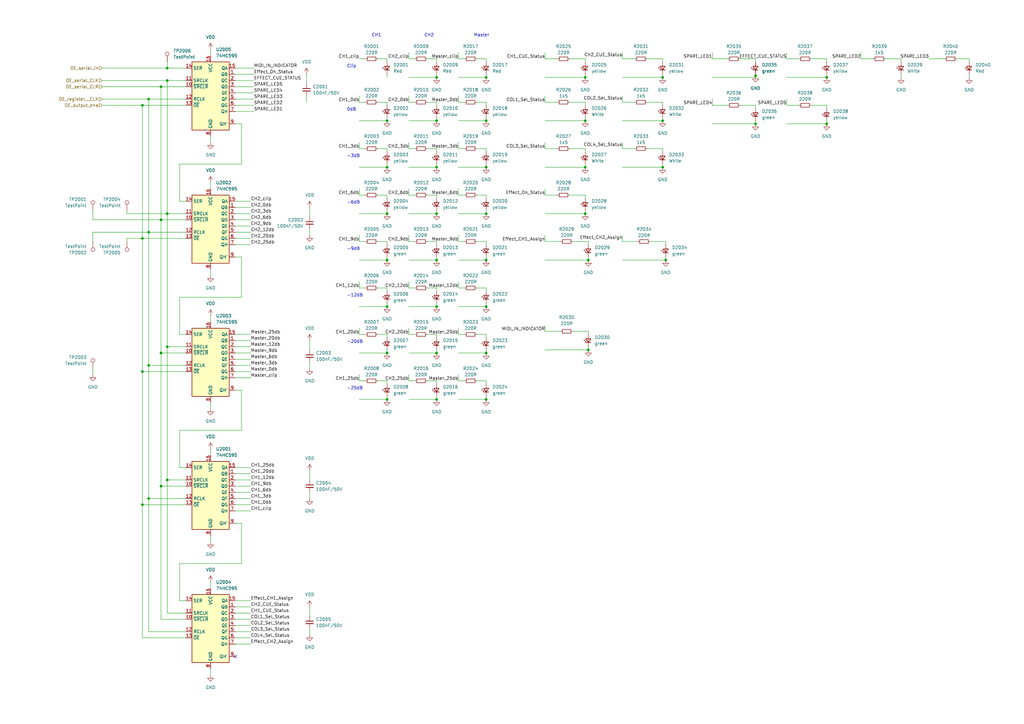
<source format=kicad_sch>
(kicad_sch (version 20230121) (generator eeschema)
  (paper "A3")
  (junction (at 240.03 31.75))
  (junction (at 179.07 106.68))
  (junction (at 66.04 90.17))
  (junction (at 339.09 50.8))
  (junction (at 58.42 43.18))
  (junction (at 68.58 196.85))
  (junction (at 199.39 68.58))
  (junction (at 158.75 163.83))
  (junction (at 158.75 106.68))
  (junction (at 199.39 87.63))
  (junction (at 68.58 142.24))
  (junction (at 60.96 149.86))
  (junction (at 309.88 50.8))
  (junction (at 58.42 97.79))
  (junction (at 273.05 106.68))
  (junction (at 309.88 31.115))
  (junction (at 60.96 204.47))
  (junction (at 271.78 68.58))
  (junction (at 158.75 68.58))
  (junction (at 271.78 31.75))
  (junction (at 199.39 31.75))
  (junction (at 240.03 68.58))
  (junction (at 68.58 27.94))
  (junction (at 241.3 143.51))
  (junction (at 66.04 35.56))
  (junction (at 179.07 163.83))
  (junction (at 199.39 49.53))
  (junction (at 179.07 31.75))
  (junction (at 179.07 87.63))
  (junction (at 68.58 33.02))
  (junction (at 68.58 87.63))
  (junction (at 158.75 125.73))
  (junction (at 179.07 144.78))
  (junction (at 158.75 144.78))
  (junction (at 199.39 163.83))
  (junction (at 199.39 125.73))
  (junction (at 240.03 87.63))
  (junction (at 199.39 106.68))
  (junction (at 60.96 40.64))
  (junction (at 158.75 87.63))
  (junction (at 271.78 49.53))
  (junction (at 179.07 49.53))
  (junction (at 199.39 144.78))
  (junction (at 60.96 95.25))
  (junction (at 241.3 106.68))
  (junction (at 158.75 49.53))
  (junction (at 66.04 144.78))
  (junction (at 339.09 31.75))
  (junction (at 66.04 199.39))
  (junction (at 179.07 68.58))
  (junction (at 240.03 49.53))
  (junction (at 179.07 125.73))
  (junction (at 58.42 207.01))
  (junction (at 58.42 152.4))
  (no_connect (at 96.52 269.24))
  (wire (pts (xy 96.52 95.25) (xy 102.87 95.25)))
  (wire (pts (xy 76.2 251.46) (xy 68.58 251.46)))
  (wire (pts (xy 309.88 43.18) (xy 303.53 43.18)))
  (wire (pts (xy 179.07 24.13) (xy 175.26 24.13)))
  (wire (pts (xy 292.1 40.64) (xy 292.1 43.18)))
  (wire (pts (xy 96.52 90.17) (xy 102.87 90.17)))
  (wire (pts (xy 96.52 264.16) (xy 102.87 264.16)))
  (wire (pts (xy 96.52 147.32) (xy 102.87 147.32)))
  (wire (pts (xy 187.96 106.68) (xy 199.39 106.68)))
  (wire (pts (xy 179.07 67.31) (xy 179.07 68.58)))
  (wire (pts (xy 68.58 27.94) (xy 76.2 27.94)))
  (wire (pts (xy 96.52 248.92) (xy 102.87 248.92)))
  (wire (pts (xy 158.75 138.43) (xy 158.75 137.16)))
  (wire (pts (xy 223.52 60.96) (xy 228.6 60.96)))
  (wire (pts (xy 38.1 95.25) (xy 38.1 99.06)))
  (wire (pts (xy 96.52 196.85) (xy 102.87 196.85)))
  (wire (pts (xy 68.58 87.63) (xy 68.58 33.02)))
  (wire (pts (xy 199.39 118.11) (xy 195.58 118.11)))
  (wire (pts (xy 240.03 60.96) (xy 233.68 60.96)))
  (wire (pts (xy 240.03 80.01) (xy 240.03 81.28)))
  (wire (pts (xy 170.18 99.06) (xy 167.64 99.06)))
  (wire (pts (xy 397.51 25.4) (xy 397.51 24.13)))
  (wire (pts (xy 86.36 20.32) (xy 86.36 22.86)))
  (wire (pts (xy 199.39 80.01) (xy 195.58 80.01)))
  (wire (pts (xy 199.39 62.23) (xy 199.39 60.96)))
  (wire (pts (xy 41.91 33.02) (xy 68.58 33.02)))
  (wire (pts (xy 170.18 156.21) (xy 167.64 156.21)))
  (wire (pts (xy 187.96 77.47) (xy 187.96 80.01)))
  (wire (pts (xy 76.2 90.17) (xy 66.04 90.17)))
  (wire (pts (xy 158.75 81.28) (xy 158.75 80.01)))
  (wire (pts (xy 199.39 24.13) (xy 195.58 24.13)))
  (wire (pts (xy 158.75 157.48) (xy 158.75 156.21)))
  (wire (pts (xy 167.64 31.75) (xy 179.07 31.75)))
  (wire (pts (xy 223.52 68.58) (xy 240.03 68.58)))
  (wire (pts (xy 223.52 49.53) (xy 240.03 49.53)))
  (wire (pts (xy 66.04 90.17) (xy 66.04 35.56)))
  (wire (pts (xy 179.07 99.06) (xy 175.26 99.06)))
  (wire (pts (xy 147.32 49.53) (xy 158.75 49.53)))
  (wire (pts (xy 68.58 87.63) (xy 52.07 87.63)))
  (wire (pts (xy 187.96 31.75) (xy 199.39 31.75)))
  (wire (pts (xy 58.42 97.79) (xy 52.07 97.79)))
  (wire (pts (xy 240.03 48.26) (xy 240.03 49.53)))
  (wire (pts (xy 96.52 152.4) (xy 102.87 152.4)))
  (wire (pts (xy 76.2 204.47) (xy 60.96 204.47)))
  (wire (pts (xy 158.75 143.51) (xy 158.75 144.78)))
  (wire (pts (xy 99.06 231.14) (xy 73.66 231.14)))
  (wire (pts (xy 58.42 207.01) (xy 58.42 152.4)))
  (wire (pts (xy 187.96 68.58) (xy 199.39 68.58)))
  (wire (pts (xy 73.66 137.16) (xy 76.2 137.16)))
  (wire (pts (xy 339.09 43.18) (xy 332.74 43.18)))
  (wire (pts (xy 167.64 58.42) (xy 167.64 60.96)))
  (wire (pts (xy 223.52 24.13) (xy 228.6 24.13)))
  (wire (pts (xy 147.32 68.58) (xy 158.75 68.58)))
  (wire (pts (xy 167.64 144.78) (xy 179.07 144.78)))
  (wire (pts (xy 309.88 31.115) (xy 309.88 31.75)))
  (wire (pts (xy 179.07 105.41) (xy 179.07 106.68)))
  (wire (pts (xy 158.75 62.23) (xy 158.75 60.96)))
  (wire (pts (xy 298.45 24.13) (xy 292.1 24.13)))
  (wire (pts (xy 199.39 137.16) (xy 195.58 137.16)))
  (wire (pts (xy 381 24.13) (xy 387.35 24.13)))
  (wire (pts (xy 167.64 49.53) (xy 179.07 49.53)))
  (wire (pts (xy 158.75 162.56) (xy 158.75 163.83)))
  (wire (pts (xy 167.64 115.57) (xy 167.64 118.11)))
  (wire (pts (xy 309.88 30.48) (xy 309.88 31.115)))
  (wire (pts (xy 322.58 50.8) (xy 339.09 50.8)))
  (wire (pts (xy 99.06 50.8) (xy 99.06 67.31)))
  (wire (pts (xy 271.78 24.13) (xy 271.78 25.4)))
  (wire (pts (xy 322.58 24.13) (xy 327.66 24.13)))
  (wire (pts (xy 167.64 153.67) (xy 167.64 156.21)))
  (wire (pts (xy 309.88 49.53) (xy 309.88 50.8)))
  (wire (pts (xy 223.52 80.01) (xy 228.6 80.01)))
  (wire (pts (xy 41.91 35.56) (xy 66.04 35.56)))
  (wire (pts (xy 158.75 119.38) (xy 158.75 118.11)))
  (wire (pts (xy 96.52 160.02) (xy 99.06 160.02)))
  (wire (pts (xy 158.75 43.18) (xy 158.75 41.91)))
  (wire (pts (xy 199.39 99.06) (xy 195.58 99.06)))
  (wire (pts (xy 76.2 97.79) (xy 58.42 97.79)))
  (wire (pts (xy 353.06 24.13) (xy 358.14 24.13)))
  (wire (pts (xy 147.32 134.62) (xy 147.32 137.16)))
  (wire (pts (xy 199.39 80.01) (xy 199.39 81.28)))
  (wire (pts (xy 240.03 67.31) (xy 240.03 68.58)))
  (wire (pts (xy 199.39 41.91) (xy 199.39 43.18)))
  (wire (pts (xy 199.39 143.51) (xy 199.39 144.78)))
  (wire (pts (xy 147.32 153.67) (xy 147.32 156.21)))
  (wire (pts (xy 240.03 24.13) (xy 233.68 24.13)))
  (wire (pts (xy 187.96 39.37) (xy 187.96 41.91)))
  (wire (pts (xy 96.52 209.55) (xy 102.87 209.55)))
  (wire (pts (xy 86.36 222.25) (xy 86.36 219.71)))
  (wire (pts (xy 158.75 156.21) (xy 154.94 156.21)))
  (wire (pts (xy 223.52 133.35) (xy 223.52 135.89)))
  (wire (pts (xy 167.64 163.83) (xy 179.07 163.83)))
  (wire (pts (xy 199.39 162.56) (xy 199.39 163.83)))
  (wire (pts (xy 99.06 214.63) (xy 99.06 231.14)))
  (wire (pts (xy 158.75 60.96) (xy 154.94 60.96)))
  (wire (pts (xy 76.2 149.86) (xy 60.96 149.86)))
  (wire (pts (xy 179.07 143.51) (xy 179.07 144.78)))
  (wire (pts (xy 190.5 118.11) (xy 187.96 118.11)))
  (wire (pts (xy 167.64 87.63) (xy 179.07 87.63)))
  (wire (pts (xy 127 151.13) (xy 127 148.59)))
  (wire (pts (xy 41.91 40.64) (xy 60.96 40.64)))
  (wire (pts (xy 66.04 90.17) (xy 38.1 90.17)))
  (wire (pts (xy 187.96 58.42) (xy 187.96 60.96)))
  (wire (pts (xy 223.52 21.59) (xy 223.52 24.13)))
  (wire (pts (xy 86.36 113.03) (xy 86.36 110.49)))
  (wire (pts (xy 167.64 21.59) (xy 167.64 24.13)))
  (wire (pts (xy 58.42 152.4) (xy 58.42 97.79)))
  (wire (pts (xy 96.52 38.1) (xy 104.14 38.1)))
  (wire (pts (xy 96.52 40.64) (xy 104.14 40.64)))
  (wire (pts (xy 96.52 144.78) (xy 102.87 144.78)))
  (wire (pts (xy 96.52 100.33) (xy 102.87 100.33)))
  (wire (pts (xy 255.27 106.68) (xy 273.05 106.68)))
  (wire (pts (xy 38.1 153.67) (xy 38.1 151.13)))
  (wire (pts (xy 86.36 74.93) (xy 86.36 77.47)))
  (wire (pts (xy 261.62 99.06) (xy 255.27 99.06)))
  (wire (pts (xy 255.27 96.52) (xy 255.27 99.06)))
  (wire (pts (xy 38.1 86.36) (xy 38.1 90.17)))
  (wire (pts (xy 190.5 60.96) (xy 187.96 60.96)))
  (wire (pts (xy 199.39 156.21) (xy 195.58 156.21)))
  (wire (pts (xy 76.2 254) (xy 66.04 254)))
  (wire (pts (xy 99.06 176.53) (xy 73.66 176.53)))
  (wire (pts (xy 158.75 25.4) (xy 158.75 24.13)))
  (wire (pts (xy 125.73 30.48) (xy 125.73 34.29)))
  (wire (pts (xy 190.5 80.01) (xy 187.96 80.01)))
  (wire (pts (xy 255.27 39.37) (xy 255.27 41.91)))
  (wire (pts (xy 127 139.7) (xy 127 143.51)))
  (wire (pts (xy 158.75 48.26) (xy 158.75 49.53)))
  (wire (pts (xy 96.52 194.31) (xy 102.87 194.31)))
  (wire (pts (xy 199.39 25.4) (xy 199.39 24.13)))
  (wire (pts (xy 223.52 106.68) (xy 241.3 106.68)))
  (wire (pts (xy 271.78 48.26) (xy 271.78 49.53)))
  (wire (pts (xy 199.39 157.48) (xy 199.39 156.21)))
  (wire (pts (xy 96.52 154.94) (xy 102.87 154.94)))
  (wire (pts (xy 255.27 41.91) (xy 260.35 41.91)))
  (wire (pts (xy 271.78 24.13) (xy 265.43 24.13)))
  (wire (pts (xy 73.66 82.55) (xy 76.2 82.55)))
  (wire (pts (xy 147.32 115.57) (xy 147.32 118.11)))
  (wire (pts (xy 96.52 43.18) (xy 104.14 43.18)))
  (wire (pts (xy 369.57 30.48) (xy 369.57 31.75)))
  (wire (pts (xy 179.07 41.91) (xy 179.07 43.18)))
  (wire (pts (xy 170.18 80.01) (xy 167.64 80.01)))
  (wire (pts (xy 127 96.52) (xy 127 93.98)))
  (wire (pts (xy 179.07 30.48) (xy 179.07 31.75)))
  (wire (pts (xy 167.64 125.73) (xy 179.07 125.73)))
  (wire (pts (xy 170.18 60.96) (xy 167.64 60.96)))
  (wire (pts (xy 199.39 124.46) (xy 199.39 125.73)))
  (wire (pts (xy 66.04 35.56) (xy 76.2 35.56)))
  (wire (pts (xy 240.03 41.91) (xy 233.68 41.91)))
  (wire (pts (xy 187.96 87.63) (xy 199.39 87.63)))
  (wire (pts (xy 76.2 259.08) (xy 60.96 259.08)))
  (wire (pts (xy 273.05 99.06) (xy 266.7 99.06)))
  (wire (pts (xy 147.32 58.42) (xy 147.32 60.96)))
  (wire (pts (xy 170.18 24.13) (xy 167.64 24.13)))
  (wire (pts (xy 58.42 43.18) (xy 76.2 43.18)))
  (wire (pts (xy 273.05 100.33) (xy 273.05 99.06)))
  (wire (pts (xy 167.64 39.37) (xy 167.64 41.91)))
  (wire (pts (xy 292.1 50.8) (xy 309.88 50.8)))
  (wire (pts (xy 369.57 24.13) (xy 369.57 25.4)))
  (wire (pts (xy 255.27 24.13) (xy 260.35 24.13)))
  (wire (pts (xy 96.52 139.7) (xy 102.87 139.7)))
  (wire (pts (xy 60.96 204.47) (xy 60.96 149.86)))
  (wire (pts (xy 179.07 157.48) (xy 179.07 156.21)))
  (wire (pts (xy 223.52 143.51) (xy 241.3 143.51)))
  (wire (pts (xy 339.09 30.48) (xy 339.09 31.75)))
  (wire (pts (xy 167.64 96.52) (xy 167.64 99.06)))
  (wire (pts (xy 86.36 167.64) (xy 86.36 165.1)))
  (wire (pts (xy 158.75 118.11) (xy 154.94 118.11)))
  (wire (pts (xy 68.58 196.85) (xy 68.58 142.24)))
  (wire (pts (xy 199.39 30.48) (xy 199.39 31.75)))
  (wire (pts (xy 199.39 138.43) (xy 199.39 137.16)))
  (wire (pts (xy 147.32 163.83) (xy 158.75 163.83)))
  (wire (pts (xy 147.32 39.37) (xy 147.32 41.91)))
  (wire (pts (xy 179.07 86.36) (xy 179.07 87.63)))
  (wire (pts (xy 322.58 21.59) (xy 322.58 24.13)))
  (wire (pts (xy 149.86 24.13) (xy 147.32 24.13)))
  (wire (pts (xy 271.78 60.96) (xy 271.78 62.23)))
  (wire (pts (xy 309.88 44.45) (xy 309.88 43.18)))
  (wire (pts (xy 179.07 137.16) (xy 175.26 137.16)))
  (wire (pts (xy 41.91 43.18) (xy 58.42 43.18)))
  (wire (pts (xy 76.2 87.63) (xy 68.58 87.63)))
  (wire (pts (xy 339.09 43.18) (xy 339.09 44.45)))
  (wire (pts (xy 241.3 137.16) (xy 241.3 135.89)))
  (wire (pts (xy 96.52 30.48) (xy 104.14 30.48)))
  (wire (pts (xy 187.96 96.52) (xy 187.96 99.06)))
  (wire (pts (xy 271.78 30.48) (xy 271.78 31.75)))
  (wire (pts (xy 223.52 96.52) (xy 223.52 99.06)))
  (wire (pts (xy 167.64 134.62) (xy 167.64 137.16)))
  (wire (pts (xy 60.96 259.08) (xy 60.96 204.47)))
  (wire (pts (xy 66.04 254) (xy 66.04 199.39)))
  (wire (pts (xy 149.86 156.21) (xy 147.32 156.21)))
  (wire (pts (xy 158.75 105.41) (xy 158.75 106.68)))
  (wire (pts (xy 187.96 115.57) (xy 187.96 118.11)))
  (wire (pts (xy 99.06 105.41) (xy 99.06 121.92)))
  (wire (pts (xy 96.52 92.71) (xy 102.87 92.71)))
  (wire (pts (xy 158.75 80.01) (xy 154.94 80.01)))
  (wire (pts (xy 147.32 77.47) (xy 147.32 80.01)))
  (wire (pts (xy 322.58 31.75) (xy 339.09 31.75)))
  (wire (pts (xy 199.39 48.26) (xy 199.39 49.53)))
  (wire (pts (xy 241.3 142.24) (xy 241.3 143.51)))
  (wire (pts (xy 96.52 35.56) (xy 104.14 35.56)))
  (wire (pts (xy 271.78 67.31) (xy 271.78 68.58)))
  (wire (pts (xy 179.07 100.33) (xy 179.07 99.06)))
  (wire (pts (xy 96.52 85.09) (xy 102.87 85.09)))
  (wire (pts (xy 52.07 97.79) (xy 52.07 99.06)))
  (wire (pts (xy 271.78 60.96) (xy 265.43 60.96)))
  (wire (pts (xy 96.52 142.24) (xy 102.87 142.24)))
  (wire (pts (xy 179.07 138.43) (xy 179.07 137.16)))
  (wire (pts (xy 240.03 60.96) (xy 240.03 62.23)))
  (wire (pts (xy 199.39 41.91) (xy 195.58 41.91)))
  (wire (pts (xy 195.58 60.96) (xy 199.39 60.96)))
  (wire (pts (xy 179.07 124.46) (xy 179.07 125.73)))
  (wire (pts (xy 147.32 87.63) (xy 158.75 87.63)))
  (wire (pts (xy 86.36 238.76) (xy 86.36 241.3)))
  (wire (pts (xy 187.96 144.78) (xy 199.39 144.78)))
  (wire (pts (xy 179.07 80.01) (xy 179.07 81.28)))
  (wire (pts (xy 158.75 41.91) (xy 154.94 41.91)))
  (wire (pts (xy 96.52 207.01) (xy 102.87 207.01)))
  (wire (pts (xy 187.96 49.53) (xy 199.39 49.53)))
  (wire (pts (xy 223.52 41.91) (xy 228.6 41.91)))
  (wire (pts (xy 179.07 60.96) (xy 175.26 60.96)))
  (wire (pts (xy 76.2 207.01) (xy 58.42 207.01)))
  (wire (pts (xy 179.07 41.91) (xy 175.26 41.91)))
  (wire (pts (xy 96.52 259.08) (xy 102.87 259.08)))
  (wire (pts (xy 255.27 58.42) (xy 255.27 60.96)))
  (wire (pts (xy 292.1 31.75) (xy 309.88 31.75)))
  (wire (pts (xy 241.3 99.06) (xy 234.95 99.06)))
  (wire (pts (xy 339.09 24.13) (xy 332.74 24.13)))
  (wire (pts (xy 187.96 153.67) (xy 187.96 156.21)))
  (wire (pts (xy 190.5 156.21) (xy 187.96 156.21)))
  (wire (pts (xy 147.32 144.78) (xy 158.75 144.78)))
  (wire (pts (xy 149.86 99.06) (xy 147.32 99.06)))
  (wire (pts (xy 158.75 86.36) (xy 158.75 87.63)))
  (wire (pts (xy 255.27 49.53) (xy 271.78 49.53)))
  (wire (pts (xy 273.05 105.41) (xy 273.05 106.68)))
  (wire (pts (xy 158.75 124.46) (xy 158.75 125.73)))
  (wire (pts (xy 309.88 25.4) (xy 309.88 24.13)))
  (wire (pts (xy 229.87 99.06) (xy 223.52 99.06)))
  (wire (pts (xy 199.39 100.33) (xy 199.39 99.06)))
  (wire (pts (xy 96.52 105.41) (xy 99.06 105.41)))
  (wire (pts (xy 96.52 45.72) (xy 104.14 45.72)))
  (wire (pts (xy 223.52 87.63) (xy 240.03 87.63)))
  (wire (pts (xy 397.51 24.13) (xy 392.43 24.13)))
  (wire (pts (xy 96.52 87.63) (xy 102.87 87.63)))
  (wire (pts (xy 190.5 41.91) (xy 187.96 41.91)))
  (wire (pts (xy 147.32 96.52) (xy 147.32 99.06)))
  (wire (pts (xy 41.91 27.94) (xy 68.58 27.94)))
  (wire (pts (xy 158.75 100.33) (xy 158.75 99.06)))
  (wire (pts (xy 255.27 60.96) (xy 260.35 60.96)))
  (wire (pts (xy 96.52 199.39) (xy 102.87 199.39)))
  (wire (pts (xy 187.96 134.62) (xy 187.96 137.16)))
  (wire (pts (xy 339.09 49.53) (xy 339.09 50.8)))
  (wire (pts (xy 76.2 144.78) (xy 66.04 144.78)))
  (wire (pts (xy 86.36 129.54) (xy 86.36 132.08)))
  (wire (pts (xy 240.03 41.91) (xy 240.03 43.18)))
  (wire (pts (xy 76.2 261.62) (xy 58.42 261.62)))
  (wire (pts (xy 96.52 251.46) (xy 102.87 251.46)))
  (wire (pts (xy 187.96 21.59) (xy 187.96 24.13)))
  (wire (pts (xy 158.75 137.16) (xy 154.94 137.16)))
  (wire (pts (xy 255.27 21.59) (xy 255.27 24.13)))
  (wire (pts (xy 66.04 144.78) (xy 66.04 90.17)))
  (wire (pts (xy 179.07 25.4) (xy 179.07 24.13)))
  (wire (pts (xy 60.96 40.64) (xy 76.2 40.64)))
  (wire (pts (xy 223.52 58.42) (xy 223.52 60.96)))
  (wire (pts (xy 158.75 30.48) (xy 158.75 31.75)))
  (wire (pts (xy 68.58 251.46) (xy 68.58 196.85)))
  (wire (pts (xy 179.07 119.38) (xy 179.07 118.11)))
  (wire (pts (xy 68.58 142.24) (xy 68.58 87.63)))
  (wire (pts (xy 68.58 33.02) (xy 76.2 33.02)))
  (wire (pts (xy 127 204.47) (xy 127 201.93)))
  (wire (pts (xy 240.03 80.01) (xy 233.68 80.01)))
  (wire (pts (xy 223.52 31.75) (xy 240.03 31.75)))
  (wire (pts (xy 322.58 40.64) (xy 322.58 43.18)))
  (wire (pts (xy 99.06 160.02) (xy 99.06 176.53)))
  (wire (pts (xy 96.52 27.94) (xy 104.14 27.94)))
  (wire (pts (xy 96.52 149.86) (xy 102.87 149.86)))
  (wire (pts (xy 99.06 67.31) (xy 73.66 67.31)))
  (wire (pts (xy 190.5 24.13) (xy 187.96 24.13)))
  (wire (pts (xy 223.52 39.37) (xy 223.52 41.91)))
  (wire (pts (xy 127 260.35) (xy 127 257.81)))
  (wire (pts (xy 76.2 152.4) (xy 58.42 152.4)))
  (wire (pts (xy 309.88 24.13) (xy 303.53 24.13)))
  (wire (pts (xy 149.86 80.01) (xy 147.32 80.01)))
  (wire (pts (xy 99.06 121.92) (xy 73.66 121.92)))
  (wire (pts (xy 58.42 97.79) (xy 58.42 43.18)))
  (wire (pts (xy 170.18 118.11) (xy 167.64 118.11)))
  (wire (pts (xy 179.07 156.21) (xy 175.26 156.21)))
  (wire (pts (xy 353.06 21.59) (xy 353.06 24.13)))
  (wire (pts (xy 73.66 176.53) (xy 73.66 191.77)))
  (wire (pts (xy 147.32 106.68) (xy 158.75 106.68)))
  (wire (pts (xy 127 248.92) (xy 127 252.73)))
  (wire (pts (xy 179.07 118.11) (xy 175.26 118.11)))
  (wire (pts (xy 96.52 214.63) (xy 99.06 214.63)))
  (wire (pts (xy 241.3 100.33) (xy 241.3 99.06)))
  (wire (pts (xy 60.96 95.25) (xy 38.1 95.25)))
  (wire (pts (xy 86.36 276.86) (xy 86.36 274.32)))
  (wire (pts (xy 229.87 135.89) (xy 223.52 135.89)))
  (wire (pts (xy 223.52 77.47) (xy 223.52 80.01)))
  (wire (pts (xy 76.2 196.85) (xy 68.58 196.85)))
  (wire (pts (xy 339.09 24.13) (xy 339.09 25.4)))
  (wire (pts (xy 175.26 80.01) (xy 179.07 80.01)))
  (wire (pts (xy 60.96 149.86) (xy 60.96 95.25)))
  (wire (pts (xy 125.73 41.91) (xy 125.73 39.37)))
  (wire (pts (xy 52.07 87.63) (xy 52.07 86.36)))
  (wire (pts (xy 158.75 99.06) (xy 154.94 99.06)))
  (wire (pts (xy 96.52 33.02) (xy 104.14 33.02)))
  (wire (pts (xy 96.52 97.79) (xy 102.87 97.79)))
  (wire (pts (xy 149.86 137.16) (xy 147.32 137.16)))
  (wire (pts (xy 199.39 86.36) (xy 199.39 87.63)))
  (wire (pts (xy 96.52 256.54) (xy 102.87 256.54)))
  (wire (pts (xy 240.03 24.13) (xy 240.03 25.4)))
  (wire (pts (xy 322.58 43.18) (xy 327.66 43.18)))
  (wire (pts (xy 179.07 48.26) (xy 179.07 49.53)))
  (wire (pts (xy 179.07 162.56) (xy 179.07 163.83)))
  (wire (pts (xy 73.66 246.38) (xy 76.2 246.38)))
  (wire (pts (xy 149.86 60.96) (xy 147.32 60.96)))
  (wire (pts (xy 96.52 254) (xy 102.87 254)))
  (wire (pts (xy 170.18 137.16) (xy 167.64 137.16)))
  (wire (pts (xy 96.52 261.62) (xy 102.87 261.62)))
  (wire (pts (xy 179.07 62.23) (xy 179.07 60.96)))
  (wire (pts (xy 96.52 246.38) (xy 102.87 246.38)))
  (wire (pts (xy 240.03 30.48) (xy 240.03 31.75)))
  (wire (pts (xy 271.78 41.91) (xy 271.78 43.18)))
  (wire (pts (xy 86.36 58.42) (xy 86.36 55.88)))
  (wire (pts (xy 127 85.09) (xy 127 88.9)))
  (wire (pts (xy 96.52 82.55) (xy 102.87 82.55)))
  (wire (pts (xy 167.64 68.58) (xy 179.07 68.58)))
  (wire (pts (xy 190.5 137.16) (xy 187.96 137.16)))
  (wire (pts (xy 96.52 201.93) (xy 102.87 201.93)))
  (wire (pts (xy 86.36 184.15) (xy 86.36 186.69)))
  (wire (pts (xy 187.96 125.73) (xy 199.39 125.73)))
  (wire (pts (xy 255.27 68.58) (xy 271.78 68.58)))
  (wire (pts (xy 271.78 41.91) (xy 265.43 41.91)))
  (wire (pts (xy 187.96 163.83) (xy 199.39 163.83)))
  (wire (pts (xy 199.39 105.41) (xy 199.39 106.68)))
  (wire (pts (xy 369.57 24.13) (xy 363.22 24.13)))
  (wire (pts (xy 149.86 41.91) (xy 147.32 41.91)))
  (wire (pts (xy 60.96 95.25) (xy 60.96 40.64)))
  (wire (pts (xy 170.18 41.91) (xy 167.64 41.91)))
  (wire (pts (xy 76.2 142.24) (xy 68.58 142.24)))
  (wire (pts (xy 58.42 261.62) (xy 58.42 207.01)))
  (wire (pts (xy 241.3 135.89) (xy 234.95 135.89)))
  (wire (pts (xy 68.58 25.4) (xy 68.58 27.94)))
  (wire (pts (xy 397.51 30.48) (xy 397.51 31.75)))
  (wire (pts (xy 167.64 77.47) (xy 167.64 80.01)))
  (wire (pts (xy 96.52 137.16) (xy 102.87 137.16)))
  (wire (pts (xy 76.2 95.25) (xy 60.96 95.25)))
  (wire (pts (xy 298.45 43.18) (xy 292.1 43.18)))
  (wire (pts (xy 199.39 119.38) (xy 199.39 118.11)))
  (wire (pts (xy 73.66 121.92) (xy 73.66 137.16)))
  (wire (pts (xy 292.1 21.59) (xy 292.1 24.13)))
  (wire (pts (xy 241.3 105.41) (xy 241.3 106.68)))
  (wire (pts (xy 96.52 50.8) (xy 99.06 50.8)))
  (wire (pts (xy 190.5 99.06) (xy 187.96 99.06)))
  (wire (pts (xy 73.66 67.31) (xy 73.66 82.55)))
  (wire (pts (xy 66.04 199.39) (xy 66.04 144.78)))
  (wire (pts (xy 147.32 125.73) (xy 158.75 125.73)))
  (wire (pts (xy 96.52 204.47) (xy 102.87 204.47)))
  (wire (pts (xy 76.2 199.39) (xy 66.04 199.39)))
  (wire (pts (xy 96.52 191.77) (xy 102.87 191.77)))
  (wire (pts (xy 127 193.04) (xy 127 196.85)))
  (wire (pts (xy 199.39 67.31) (xy 199.39 68.58)))
  (wire (pts (xy 158.75 67.31) (xy 158.75 68.58)))
  (wire (pts (xy 73.66 191.77) (xy 76.2 191.77)))
  (wire (pts (xy 240.03 86.36) (xy 240.03 87.63)))
  (wire (pts (xy 255.27 31.75) (xy 271.78 31.75)))
  (wire (pts (xy 167.64 106.68) (xy 179.07 106.68)))
  (wire (pts (xy 149.86 118.11) (xy 147.32 118.11)))
  (wire (pts (xy 158.75 24.13) (xy 154.94 24.13)))
  (wire (pts (xy 73.66 231.14) (xy 73.66 246.38)))
  (text "-12dB" (at 142.24 121.92 0) (effects (font (size 1.27 1.27)) (justify left bottom)))
  (text "-6dB" (at 142.24 83.82 0) (effects (font (size 1.27 1.27)) (justify left bottom)))
  (text "-9dB" (at 142.24 102.87 0) (effects (font (size 1.27 1.27)) (justify left bottom)))
  (text "Master" (at 194.31 15.24 0) (effects (font (size 1.27 1.27)) (justify left bottom)))
  (text "0dB" (at 142.24 45.72 0) (effects (font (size 1.27 1.27)) (justify left bottom)))
  (text "-20dB" (at 142.24 140.97 0) (effects (font (size 1.27 1.27)) (justify left bottom)))
  (text "-3dB" (at 142.24 64.77 0) (effects (font (size 1.27 1.27)) (justify left bottom)))
  (text "CH1" (at 152.4 15.24 0) (effects (font (size 1.27 1.27)) (justify left bottom)))
  (text "-25dB" (at 142.24 160.02 0) (effects (font (size 1.27 1.27)) (justify left bottom)))
  (text "Clip" (at 142.24 27.94 0) (effects (font (size 1.27 1.27)) (justify left bottom)))
  (text "CH2" (at 173.99 15.24 0) (effects (font (size 1.27 1.27)) (justify left bottom)))
  (label "Master_3db" (at 187.96 60.96 180))
  (label "Master_6db" (at 102.87 147.32 0))
  (label "MIDI_IN_INDICATOR" (at 223.52 135.89 180))
  (label "CH2_9db" (at 167.64 99.06 180))
  (label "COL1_Sel_Status" (at 223.52 41.91 180))
  (label "SPARE_LED4" (at 104.14 38.1 0))
  (label "CH1_6db" (at 102.87 201.93 0))
  (label "Effect_On_Status" (at 104.14 30.48 0))
  (label "COL1_Sel_Status" (at 102.87 254 0))
  (label "Effect_CH2_Assign" (at 255.27 98.425 180))
  (label "Effect_CH1_Assign" (at 102.87 246.38 0))
  (label "SPARE_LED1" (at 292.1 24.13 180))
  (label "COL4_Sel_Status" (at 102.87 261.62 0))
  (label "CH2_25db" (at 167.64 156.21 180))
  (label "Effect_On_Status" (at 223.52 80.01 180))
  (label "EFFECT_CUE_STATUS" (at 322.58 24.13 180))
  (label "SPARE_LED5" (at 322.58 43.18 180))
  (label "CH2_3db" (at 102.87 87.63 0))
  (label "CH1_0db" (at 102.87 207.01 0))
  (label "Master_25db" (at 102.87 137.16 0))
  (label "SPARE_LED5" (at 104.14 35.56 0))
  (label "SPARE_LED2" (at 353.06 24.13 180))
  (label "CH2_0db" (at 167.64 41.91 180))
  (label "Effect_CH2_Assign" (at 102.87 264.16 0))
  (label "CH1_CUE_Status" (at 223.52 24.13 180))
  (label "CH1_clip" (at 102.87 209.55 0))
  (label "CH1_25db" (at 102.87 191.77 0))
  (label "CH1_12db" (at 102.87 196.85 0))
  (label "CH2_20db" (at 167.64 137.16 180))
  (label "CH2_9db" (at 102.87 92.71 0))
  (label "CH2_6db" (at 102.87 90.17 0))
  (label "CH1_3db" (at 102.87 204.47 0))
  (label "Effect_CH1_Assign" (at 223.52 99.06 180))
  (label "CH2_CUE_Status" (at 255.27 23.495 180))
  (label "Master_clip" (at 102.87 154.94 0))
  (label "CH1_25db" (at 147.32 156.21 180))
  (label "CH1_9db" (at 102.87 199.39 0))
  (label "Master_9db" (at 187.96 99.06 180))
  (label "COL2_Sel_Status" (at 255.27 41.275 180))
  (label "CH2_clip" (at 102.87 82.55 0))
  (label "MIDI_IN_INDICATOR" (at 104.14 27.94 0))
  (label "CH1_clip" (at 147.32 24.13 180))
  (label "Master_3db" (at 102.87 149.86 0))
  (label "CH2_20db" (at 102.87 97.79 0))
  (label "Master_0db" (at 102.87 152.4 0))
  (label "Master_clip" (at 187.96 24.13 180))
  (label "SPARE_LED1" (at 104.14 45.72 0))
  (label "CH2_0db" (at 102.87 85.09 0))
  (label "SPARE_LED3" (at 381 24.13 180))
  (label "SPARE_LED2" (at 104.14 43.18 0))
  (label "Master_0db" (at 187.96 41.91 180))
  (label "CH2_clip" (at 167.64 24.13 180))
  (label "CH1_9db" (at 147.32 99.06 180))
  (label "Master_6db" (at 187.96 80.01 180))
  (label "Master_9db" (at 102.87 144.78 0))
  (label "CH1_3db" (at 147.32 60.96 180))
  (label "SPARE_LED3" (at 104.14 40.64 0))
  (label "Master_12db" (at 102.87 142.24 0))
  (label "CH2_12db" (at 167.64 118.11 180))
  (label "Master_12db" (at 187.96 118.11 180))
  (label "CH2_6db" (at 167.64 80.01 180))
  (label "CH1_0db" (at 147.32 41.91 180))
  (label "CH2_12db" (at 102.87 95.25 0))
  (label "COL3_Sel_Status" (at 223.52 60.96 180))
  (label "CH1_12db" (at 147.32 118.11 180))
  (label "Master_20db" (at 187.96 137.16 180))
  (label "CH2_CUE_Status" (at 102.87 248.92 0))
  (label "CH1_6db" (at 147.32 80.01 180))
  (label "Master_25db" (at 187.96 156.21 180))
  (label "COL2_Sel_Status" (at 102.87 256.54 0))
  (label "EFFECT_CUE_STATUS" (at 104.14 33.02 0))
  (label "CH1_20db" (at 102.87 194.31 0))
  (label "COL3_Sel_Status" (at 102.87 259.08 0))
  (label "CH1_CUE_Status" (at 102.87 251.46 0))
  (label "CH1_20db" (at 147.32 137.16 180))
  (label "SPARE_LED4" (at 292.1 43.18 180))
  (label "COL4_Sel_Status" (at 255.27 60.325 180))
  (label "CH2_3db" (at 167.64 60.96 180))
  (label "CH2_25db" (at 102.87 100.33 0))
  (label "Master_20db" (at 102.87 139.7 0))
  (hierarchical_label "OE_register__CLK" (shape input) (at 41.91 40.64 180))
  (hierarchical_label "OE_serial_CLR" (shape input) (at 41.91 35.56 180))
  (hierarchical_label "OE_serial_in" (shape input) (at 41.91 27.94 180))
  (hierarchical_label "OE_serial_CLK" (shape input) (at 41.91 33.02 180))
  (hierarchical_label "OE_output_ena" (shape input) (at 41.91 43.18 180))
  (symbol (lib_id "Device:R_Small") (at 300.99 43.18 270) (unit 1)
    (property "Reference" "R2036" (at 300.99 38.1 90))
    (property "Value" "220R" (at 300.99 40.64 90))
    (property "Footprint" "Resistor_SMD:R_0805_2012Metric_Pad1.20x1.40mm_HandSolder" (effects hide))
    (property "LCSC" "C17557" (effects hide))
    (instances (project "Magna" (path "" (reference "R2036") (unit 1))) (project "io_daughterboard" (path "" (reference "R236") (unit 1))))
  )
  (symbol (lib_id "power:VDD") (at 127 85.09 0) (unit 1)
    (property "Reference" "#PWR02014" (effects hide))
    (property "Value" "VDD" (at 127 80.01 0))
    (instances (project "Magna" (path "" (reference "#PWR02014") (unit 1))) (project "io_daughterboard" (path "" (reference "#PWR0214") (unit 1))))
  )
  (symbol (lib_id "power:GND") (at 199.39 163.83 0) (mirror y) (unit 1)
    (property "Reference" "#PWR0282" (effects hide))
    (property "Value" "GND" (at 199.39 168.91 0))
  )
  (symbol (lib_id "Device:C_Small") (at 127 199.39 0) (mirror y) (unit 1)
    (property "Reference" "C2004" (at 129.54 198.1263 0) (effects (justify right)))
    (property "Value" "100nF/50V" (at 129.54 200.6663 0) (effects (justify right)))
    (property "Footprint" "Capacitor_SMD:C_0805_2012Metric_Pad1.18x1.45mm_HandSolder" (effects hide))
    (property "LCSC" "C49678" (effects hide))
    (instances (project "Magna" (path "" (reference "C2004") (unit 1))) (project "io_daughterboard" (path "" (reference "C204") (unit 1))))
  )
  (symbol (lib_id "Connector:TestPoint") (at 38.1 86.36 0) (unit 1)
    (property "Reference" "TP2001" (at 35.56 81.788 0) (effects (justify right)))
    (property "Value" "TestPoint" (at 35.56 84.328 0) (effects (justify right)))
    (property "Footprint" "TestPoint:TestPoint_Keystone_5005-5009_Compact" (effects hide))
    (instances (project "Magna" (path "" (reference "TP2001") (unit 1))) (project "io_daughterboard" (path "" (reference "TP201") (unit 1))))
  )
  (symbol (lib_id "power:GND") (at 309.88 50.8 0) (mirror y) (unit 1)
    (property "Reference" "#PWR0259" (effects hide))
    (property "Value" "GND" (at 309.88 55.88 0))
  )
  (symbol (lib_id "power:GND") (at 273.05 106.68 0) (mirror y) (unit 1)
    (property "Reference" "#PWR0285" (effects hide))
    (property "Value" "GND" (at 273.05 111.76 0))
  )
  (symbol (lib_id "Device:R_Small") (at 152.4 41.91 270) (unit 1)
    (property "Reference" "R2002" (at 152.4 36.83 90))
    (property "Value" "220R" (at 152.4 39.37 90))
    (property "Footprint" "Resistor_SMD:R_0805_2012Metric_Pad1.20x1.40mm_HandSolder" (effects hide))
    (property "LCSC" "C17557" (effects hide))
    (instances (project "Magna" (path "" (reference "R2002") (unit 1))) (project "io_daughterboard" (path "" (reference "R202") (unit 1))))
  )
  (symbol (lib_id "Device:R_Small") (at 152.4 80.01 270) (unit 1)
    (property "Reference" "R2004" (at 152.4 74.93 90))
    (property "Value" "220R" (at 152.4 77.47 90))
    (property "Footprint" "Resistor_SMD:R_0805_2012Metric_Pad1.20x1.40mm_HandSolder" (effects hide))
    (property "LCSC" "C17557" (effects hide))
    (instances (project "Magna" (path "" (reference "R2004") (unit 1))) (project "io_daughterboard" (path "" (reference "R204") (unit 1))))
  )
  (symbol (lib_id "Device:LED_Small") (at 271.78 64.77 90) (unit 1)
    (property "Reference" "D2033" (at 274.32 63.4365 90) (effects (justify right)))
    (property "Value" "White" (at 274.32 65.9765 90) (effects (justify right)))
    (property "Footprint" "Diode_SMD:D_0805_2012Metric_Pad1.15x1.40mm_HandSolder" (effects hide))
    (property "LCSC" "C34499" (effects hide))
    (instances (project "Magna" (path "" (reference "D2033") (unit 1))) (project "io_daughterboard" (path "" (reference "D233") (unit 1))))
  )
  (symbol (lib_id "power:GND") (at 179.07 49.53 0) (mirror y) (unit 1)
    (property "Reference" "#PWR0263" (effects hide))
    (property "Value" "GND" (at 179.07 54.61 0))
  )
  (symbol (lib_id "power:GND") (at 199.39 125.73 0) (mirror y) (unit 1)
    (property "Reference" "#PWR0276" (effects hide))
    (property "Value" "GND" (at 199.39 130.81 0))
  )
  (symbol (lib_id "power:GND") (at 86.36 276.86 0) (unit 1)
    (property "Reference" "#PWR02011" (effects hide))
    (property "Value" "GND" (at 86.36 281.94 0))
    (instances (project "Magna" (path "" (reference "#PWR02011") (unit 1))) (project "io_daughterboard" (path "" (reference "#PWR0211") (unit 1))))
  )
  (symbol (lib_id "power:GND") (at 179.07 31.75 0) (mirror y) (unit 1)
    (property "Reference" "#PWR0213" (effects hide))
    (property "Value" "GND" (at 179.07 36.83 0))
  )
  (symbol (lib_id "power:GND") (at 179.07 87.63 0) (mirror y) (unit 1)
    (property "Reference" "#PWR0269" (effects hide))
    (property "Value" "GND" (at 179.07 92.71 0))
  )
  (symbol (lib_id "Device:LED_Small") (at 369.57 27.94 90) (unit 1)
    (property "Reference" "D2039" (at 372.11 26.6065 90) (effects (justify right)))
    (property "Value" "White" (at 372.11 29.1465 90) (effects (justify right)))
    (property "Footprint" "Diode_SMD:D_0805_2012Metric_Pad1.15x1.40mm_HandSolder" (effects hide))
    (property "LCSC" "C34499" (effects hide))
    (instances (project "Magna" (path "" (reference "D2039") (unit 1))) (project "io_daughterboard" (path "" (reference "D239") (unit 1))))
  )
  (symbol (lib_id "Device:R_Small") (at 172.72 137.16 270) (unit 1)
    (property "Reference" "R2015" (at 172.72 132.08 90))
    (property "Value" "220R" (at 172.72 134.62 90))
    (property "Footprint" "Resistor_SMD:R_0805_2012Metric_Pad1.20x1.40mm_HandSolder" (effects hide))
    (property "LCSC" "C17557" (effects hide))
    (instances (project "Magna" (path "" (reference "R2015") (unit 1))) (project "io_daughterboard" (path "" (reference "R215") (unit 1))))
  )
  (symbol (lib_id "Device:LED_Small") (at 158.75 102.87 90) (unit 1)
    (property "Reference" "D2005" (at 161.29 101.5365 90) (effects (justify right)))
    (property "Value" "green" (at 161.29 104.0765 90) (effects (justify right)))
    (property "Footprint" "Diode_SMD:D_0805_2012Metric_Pad1.15x1.40mm_HandSolder" (effects hide))
    (property "LCSC" "C2297" (effects hide))
    (instances (project "Magna" (path "" (reference "D2005") (unit 1))) (project "io_daughterboard" (path "" (reference "D205") (unit 1))))
  )
  (symbol (lib_id "power:GND") (at 240.03 87.63 0) (mirror y) (unit 1)
    (property "Reference" "#PWR0286" (effects hide))
    (property "Value" "GND" (at 240.03 92.71 0))
  )
  (symbol (lib_id "Device:R_Small") (at 172.72 118.11 270) (unit 1)
    (property "Reference" "R2014" (at 172.72 113.03 90))
    (property "Value" "220R" (at 172.72 115.57 90))
    (property "Footprint" "Resistor_SMD:R_0805_2012Metric_Pad1.20x1.40mm_HandSolder" (effects hide))
    (property "LCSC" "C17557" (effects hide))
    (instances (project "Magna" (path "" (reference "R2014") (unit 1))) (project "io_daughterboard" (path "" (reference "R214") (unit 1))))
  )
  (symbol (lib_id "power:VDD") (at 127 139.7 0) (mirror y) (unit 1)
    (property "Reference" "#PWR02016" (effects hide))
    (property "Value" "VDD" (at 127 134.62 0))
    (instances (project "Magna" (path "" (reference "#PWR02016") (unit 1))) (project "io_daughterboard" (path "" (reference "#PWR0216") (unit 1))))
  )
  (symbol (lib_id "Device:LED_Small") (at 158.75 45.72 90) (unit 1)
    (property "Reference" "D2002" (at 161.29 44.3865 90) (effects (justify right)))
    (property "Value" "yellow" (at 161.29 46.9265 90) (effects (justify right)))
    (property "Footprint" "Diode_SMD:D_0805_2012Metric_Pad1.15x1.40mm_HandSolder" (effects hide))
    (property "LCSC" "C2296" (effects hide))
    (instances (project "Magna" (path "" (reference "D2002") (unit 1))) (project "io_daughterboard" (path "" (reference "D202") (unit 1))))
  )
  (symbol (lib_id "Device:C_Small") (at 127 91.44 0) (unit 1)
    (property "Reference" "C2002" (at 124.46 90.1763 0) (effects (justify right)))
    (property "Value" "100nF/50V" (at 124.46 92.7163 0) (effects (justify right)))
    (property "Footprint" "Capacitor_SMD:C_0805_2012Metric_Pad1.18x1.45mm_HandSolder" (effects hide))
    (property "LCSC" "C49678" (effects hide))
    (instances (project "Magna" (path "" (reference "C2002") (unit 1))) (project "io_daughterboard" (path "" (reference "C202") (unit 1))))
  )
  (symbol (lib_id "power:GND") (at 199.39 68.58 0) (mirror y) (unit 1)
    (property "Reference" "#PWR0267" (effects hide))
    (property "Value" "GND" (at 199.39 73.66 0))
  )
  (symbol (lib_id "Device:LED_Small") (at 158.75 64.77 90) (unit 1)
    (property "Reference" "D2003" (at 161.29 63.4365 90) (effects (justify right)))
    (property "Value" "yellow" (at 161.29 65.9765 90) (effects (justify right)))
    (property "Footprint" "Diode_SMD:D_0805_2012Metric_Pad1.15x1.40mm_HandSolder" (effects hide))
    (property "LCSC" "C2296" (effects hide))
    (instances (project "Magna" (path "" (reference "D2003") (unit 1))) (project "io_daughterboard" (path "" (reference "D203") (unit 1))))
  )
  (symbol (lib_id "Device:LED_Small") (at 199.39 121.92 90) (unit 1)
    (property "Reference" "D2022" (at 201.93 120.5865 90) (effects (justify right)))
    (property "Value" "green" (at 201.93 123.1265 90) (effects (justify right)))
    (property "Footprint" "Diode_SMD:D_0805_2012Metric_Pad1.15x1.40mm_HandSolder" (effects hide))
    (property "LCSC" "C2297" (effects hide))
    (instances (project "Magna" (path "" (reference "D2022") (unit 1))) (project "io_daughterboard" (path "" (reference "D222") (unit 1))))
  )
  (symbol (lib_id "Device:R_Small") (at 193.04 60.96 270) (unit 1)
    (property "Reference" "R2019" (at 193.04 55.88 90))
    (property "Value" "220R" (at 193.04 58.42 90))
    (property "Footprint" "Resistor_SMD:R_0805_2012Metric_Pad1.20x1.40mm_HandSolder" (effects hide))
    (property "LCSC" "C17557" (effects hide))
    (instances (project "Magna" (path "" (reference "R2019") (unit 1))) (project "io_daughterboard" (path "" (reference "R219") (unit 1))))
  )
  (symbol (lib_id "power:VDD") (at 86.36 238.76 0) (unit 1)
    (property "Reference" "#PWR02010" (effects hide))
    (property "Value" "VDD" (at 86.36 233.68 0))
    (instances (project "Magna" (path "" (reference "#PWR02010") (unit 1))) (project "io_daughterboard" (path "" (reference "#PWR0210") (unit 1))))
  )
  (symbol (lib_id "Device:R_Small") (at 231.14 41.91 270) (unit 1)
    (property "Reference" "R2026" (at 231.14 36.83 90))
    (property "Value" "1k5" (at 231.14 39.37 90))
    (property "Footprint" "Resistor_SMD:R_0805_2012Metric_Pad1.20x1.40mm_HandSolder" (effects hide))
    (property "LCSC" "C4310" (effects hide))
    (instances (project "Magna" (path "" (reference "R2026") (unit 1))) (project "io_daughterboard" (path "" (reference "R226") (unit 1))))
  )
  (symbol (lib_id "power:GND") (at 158.75 144.78 0) (mirror y) (unit 1)
    (property "Reference" "#PWR0279" (effects hide))
    (property "Value" "GND" (at 158.75 149.86 0))
  )
  (symbol (lib_id "Device:R_Small") (at 262.89 24.13 270) (unit 1)
    (property "Reference" "R2031" (at 262.89 19.05 90))
    (property "Value" "220R" (at 262.89 21.59 90))
    (property "Footprint" "Resistor_SMD:R_0805_2012Metric_Pad1.20x1.40mm_HandSolder" (effects hide))
    (property "LCSC" "C17557" (effects hide))
    (instances (project "Magna" (path "" (reference "R2031") (unit 1))) (project "io_daughterboard" (path "" (reference "R231") (unit 1))))
  )
  (symbol (lib_id "power:GND") (at 369.57 31.75 0) (mirror y) (unit 1)
    (property "Reference" "#PWR0260" (effects hide))
    (property "Value" "GND" (at 369.57 36.83 0))
  )
  (symbol (lib_id "Device:LED_Small") (at 158.75 140.97 90) (unit 1)
    (property "Reference" "D2007" (at 161.29 139.6365 90) (effects (justify right)))
    (property "Value" "green" (at 161.29 142.1765 90) (effects (justify right)))
    (property "Footprint" "Diode_SMD:D_0805_2012Metric_Pad1.15x1.40mm_HandSolder" (effects hide))
    (property "LCSC" "C2297" (effects hide))
    (instances (project "Magna" (path "" (reference "D2007") (unit 1))) (project "io_daughterboard" (path "" (reference "D207") (unit 1))))
  )
  (symbol (lib_id "Device:R_Small") (at 152.4 137.16 270) (unit 1)
    (property "Reference" "R2007" (at 152.4 132.08 90))
    (property "Value" "220R" (at 152.4 134.62 90))
    (property "Footprint" "Resistor_SMD:R_0805_2012Metric_Pad1.20x1.40mm_HandSolder" (effects hide))
    (property "LCSC" "C17557" (effects hide))
    (instances (project "Magna" (path "" (reference "R2007") (unit 1))) (project "io_daughterboard" (path "" (reference "R207") (unit 1))))
  )
  (symbol (lib_id "Device:LED_Small") (at 199.39 160.02 90) (unit 1)
    (property "Reference" "D2024" (at 201.93 158.6865 90) (effects (justify right)))
    (property "Value" "green" (at 201.93 161.2265 90) (effects (justify right)))
    (property "Footprint" "Diode_SMD:D_0805_2012Metric_Pad1.15x1.40mm_HandSolder" (effects hide))
    (property "LCSC" "C2297" (effects hide))
    (instances (project "Magna" (path "" (reference "D2024") (unit 1))) (project "io_daughterboard" (path "" (reference "D224") (unit 1))))
  )
  (symbol (lib_id "Device:LED_Small") (at 179.07 121.92 90) (unit 1)
    (property "Reference" "D2014" (at 181.61 120.5865 90) (effects (justify right)))
    (property "Value" "green" (at 181.61 123.1265 90) (effects (justify right)))
    (property "Footprint" "Diode_SMD:D_0805_2012Metric_Pad1.15x1.40mm_HandSolder" (effects hide))
    (property "LCSC" "C2297" (effects hide))
    (instances (project "Magna" (path "" (reference "D2014") (unit 1))) (project "io_daughterboard" (path "" (reference "D214") (unit 1))))
  )
  (symbol (lib_id "Device:R_Small") (at 389.89 24.13 270) (unit 1)
    (property "Reference" "R2040" (at 389.89 19.05 90))
    (property "Value" "220R" (at 389.89 21.59 90))
    (property "Footprint" "Resistor_SMD:R_0805_2012Metric_Pad1.20x1.40mm_HandSolder" (effects hide))
    (property "LCSC" "C17557" (effects hide))
    (instances (project "Magna" (path "" (reference "R2040") (unit 1))) (project "io_daughterboard" (path "" (reference "R240") (unit 1))))
  )
  (symbol (lib_id "Connector:TestPoint") (at 52.07 86.36 0) (unit 1)
    (property "Reference" "TP2004" (at 49.53 81.788 0) (effects (justify right)))
    (property "Value" "TestPoint" (at 49.53 84.328 0) (effects (justify right)))
    (property "Footprint" "TestPoint:TestPoint_Keystone_5005-5009_Compact" (effects hide))
    (instances (project "Magna" (path "" (reference "TP2004") (unit 1))) (project "io_daughterboard" (path "" (reference "TP204") (unit 1))))
  )
  (symbol (lib_id "Device:R_Small") (at 231.14 60.96 270) (unit 1)
    (property "Reference" "R2027" (at 231.14 55.88 90))
    (property "Value" "1k5" (at 231.14 58.42 90))
    (property "Footprint" "Resistor_SMD:R_0805_2012Metric_Pad1.20x1.40mm_HandSolder" (effects hide))
    (property "LCSC" "C4310" (effects hide))
    (instances (project "Magna" (path "" (reference "R2027") (unit 1))) (project "io_daughterboard" (path "" (reference "R227") (unit 1))))
  )
  (symbol (lib_id "power:GND") (at 127 96.52 0) (unit 1)
    (property "Reference" "#PWR02015" (effects hide))
    (property "Value" "GND" (at 127 101.6 0))
    (instances (project "Magna" (path "" (reference "#PWR02015") (unit 1))) (project "io_daughterboard" (path "" (reference "#PWR0215") (unit 1))))
  )
  (symbol (lib_id "Device:LED_Small") (at 273.05 102.87 90) (unit 1)
    (property "Reference" "D2034" (at 275.59 101.5365 90) (effects (justify right)))
    (property "Value" "green" (at 275.59 104.0765 90) (effects (justify right)))
    (property "Footprint" "Diode_SMD:D_0805_2012Metric_Pad1.15x1.40mm_HandSolder" (effects hide))
    (property "LCSC" "C2297" (effects hide))
    (instances (project "Magna" (path "" (reference "D2034") (unit 1))) (project "io_daughterboard" (path "" (reference "D234") (unit 1))))
  )
  (symbol (lib_id "power:GND") (at 179.07 68.58 0) (mirror y) (unit 1)
    (property "Reference" "#PWR0266" (effects hide))
    (property "Value" "GND" (at 179.07 73.66 0))
  )
  (symbol (lib_id "power:GND") (at 309.88 31.115 0) (mirror y) (unit 1)
    (property "Reference" "#PWR0256" (effects hide))
    (property "Value" "GND" (at 309.88 36.195 0))
  )
  (symbol (lib_id "power:VDD") (at 86.36 74.93 0) (unit 1)
    (property "Reference" "#PWR02004" (effects hide))
    (property "Value" "VDD" (at 86.36 69.85 0))
    (instances (project "Magna" (path "" (reference "#PWR02004") (unit 1))) (project "io_daughterboard" (path "" (reference "#PWR0204") (unit 1))))
  )
  (symbol (lib_id "74xx:74HC595") (at 86.36 92.71 0) (unit 1)
    (property "Reference" "U2002" (at 88.5541 74.93 0) (effects (justify left)))
    (property "Value" "74HC595" (at 88.5541 77.47 0) (effects (justify left)))
    (property "Footprint" "Package_SO:SO-16_3.9x9.9mm_P1.27mm" (effects hide))
    (property "Datasheet" "http://www.ti.com/lit/ds/symlink/sn74hc595.pdf" (effects hide))
    (property "LCSC" "C93838" (effects hide))
    (instances (project "Magna" (path "" (reference "U2002") (unit 1))) (project "io_daughterboard" (path "" (reference "U202") (unit 1))))
  )
  (symbol (lib_id "Device:R_Small") (at 262.89 41.91 270) (unit 1)
    (property "Reference" "R2032" (at 262.89 36.83 90))
    (property "Value" "1k5" (at 262.89 39.37 90))
    (property "Footprint" "Resistor_SMD:R_0805_2012Metric_Pad1.20x1.40mm_HandSolder" (effects hide))
    (property "LCSC" "C4310" (effects hide))
    (instances (project "Magna" (path "" (reference "R2032") (unit 1))) (project "io_daughterboard" (path "" (reference "R232") (unit 1))))
  )
  (symbol (lib_id "Device:LED_Small") (at 397.51 27.94 90) (unit 1)
    (property "Reference" "D2040" (at 400.05 26.6065 90) (effects (justify right)))
    (property "Value" "Red" (at 400.05 29.1465 90) (effects (justify right)))
    (property "Footprint" "Diode_SMD:D_0805_2012Metric_Pad1.15x1.40mm_HandSolder" (effects hide))
    (property "LCSC" "C84256" (effects hide))
    (instances (project "Magna" (path "" (reference "D2040") (unit 1))) (project "io_daughterboard" (path "" (reference "D240") (unit 1))))
  )
  (symbol (lib_id "power:GND") (at 199.39 49.53 0) (mirror y) (unit 1)
    (property "Reference" "#PWR0262" (effects hide))
    (property "Value" "GND" (at 199.39 54.61 0))
  )
  (symbol (lib_id "power:VDD") (at 125.73 30.48 0) (mirror y) (unit 1)
    (property "Reference" "#PWR02012" (effects hide))
    (property "Value" "VDD" (at 125.73 25.4 0))
    (instances (project "Magna" (path "" (reference "#PWR02012") (unit 1))) (project "io_daughterboard" (path "" (reference "#PWR0212") (unit 1))))
  )
  (symbol (lib_id "Connector:TestPoint") (at 68.58 25.4 0) (mirror y) (unit 1)
    (property "Reference" "TP2006" (at 71.12 20.828 0) (effects (justify right)))
    (property "Value" "TestPoint" (at 71.12 23.368 0) (effects (justify right)))
    (property "Footprint" "TestPoint:TestPoint_Keystone_5005-5009_Compact" (effects hide))
    (instances (project "Magna" (path "" (reference "TP2006") (unit 1))) (project "io_daughterboard" (path "" (reference "TP206") (unit 1))))
  )
  (symbol (lib_id "power:GND") (at 127 204.47 0) (mirror y) (unit 1)
    (property "Reference" "#PWR02019" (effects hide))
    (property "Value" "GND" (at 127 209.55 0))
    (instances (project "Magna" (path "" (reference "#PWR02019") (unit 1))) (project "io_daughterboard" (path "" (reference "#PWR0219") (unit 1))))
  )
  (symbol (lib_id "Device:R_Small") (at 330.2 43.18 270) (unit 1)
    (property "Reference" "R2038" (at 330.2 38.1 90))
    (property "Value" "220R" (at 330.2 40.64 90))
    (property "Footprint" "Resistor_SMD:R_0805_2012Metric_Pad1.20x1.40mm_HandSolder" (effects hide))
    (property "LCSC" "C17557" (effects hide))
    (instances (project "Magna" (path "" (reference "R2038") (unit 1))) (project "io_daughterboard" (path "" (reference "R238") (unit 1))))
  )
  (symbol (lib_id "Device:LED_Small") (at 309.88 27.94 90) (unit 1)
    (property "Reference" "D2035" (at 312.42 26.6065 90) (effects (justify right)))
    (property "Value" "green" (at 312.42 29.1465 90) (effects (justify right)))
    (property "Footprint" "Diode_SMD:D_0805_2012Metric_Pad1.15x1.40mm_HandSolder" (effects hide))
    (property "LCSC" "C2297" (effects hide))
    (instances (project "Magna" (path "" (reference "D2035") (unit 1))) (project "io_daughterboard" (path "" (reference "D235") (unit 1))))
  )
  (symbol (lib_id "Device:C_Small") (at 127 255.27 0) (mirror y) (unit 1)
    (property "Reference" "C2005" (at 129.54 254.0063 0) (effects (justify right)))
    (property "Value" "100nF/50V" (at 129.54 256.5463 0) (effects (justify right)))
    (property "Footprint" "Capacitor_SMD:C_0805_2012Metric_Pad1.18x1.45mm_HandSolder" (effects hide))
    (property "LCSC" "C49678" (effects hide))
    (instances (project "Magna" (path "" (reference "C2005") (unit 1))) (project "io_daughterboard" (path "" (reference "C205") (unit 1))))
  )
  (symbol (lib_id "power:GND") (at 397.51 31.75 0) (mirror y) (unit 1)
    (property "Reference" "#PWR0261" (effects hide))
    (property "Value" "GND" (at 397.51 36.83 0))
  )
  (symbol (lib_id "power:GND") (at 179.07 125.73 0) (mirror y) (unit 1)
    (property "Reference" "#PWR0275" (effects hide))
    (property "Value" "GND" (at 179.07 130.81 0))
  )
  (symbol (lib_id "Device:R_Small") (at 264.16 99.06 270) (unit 1)
    (property "Reference" "R2034" (at 264.16 93.98 90))
    (property "Value" "220R" (at 264.16 96.52 90))
    (property "Footprint" "Resistor_SMD:R_0805_2012Metric_Pad1.20x1.40mm_HandSolder" (effects hide))
    (property "LCSC" "C17557" (effects hide))
    (instances (project "Magna" (path "" (reference "R2034") (unit 1))) (project "io_daughterboard" (path "" (reference "R234") (unit 1))))
  )
  (symbol (lib_id "Device:C_Small") (at 127 146.05 0) (mirror y) (unit 1)
    (property "Reference" "C2003" (at 129.54 144.7863 0) (effects (justify right)))
    (property "Value" "100nF/50V" (at 129.54 147.3263 0) (effects (justify right)))
    (property "Footprint" "Capacitor_SMD:C_0805_2012Metric_Pad1.18x1.45mm_HandSolder" (effects hide))
    (property "LCSC" "C49678" (effects hide))
    (instances (project "Magna" (path "" (reference "C2003") (unit 1))) (project "io_daughterboard" (path "" (reference "C203") (unit 1))))
  )
  (symbol (lib_id "Device:R_Small") (at 193.04 80.01 270) (unit 1)
    (property "Reference" "R2020" (at 193.04 74.93 90))
    (property "Value" "220R" (at 193.04 77.47 90))
    (property "Footprint" "Resistor_SMD:R_0805_2012Metric_Pad1.20x1.40mm_HandSolder" (effects hide))
    (property "LCSC" "C17557" (effects hide))
    (instances (project "Magna" (path "" (reference "R2020") (unit 1))) (project "io_daughterboard" (path "" (reference "R220") (unit 1))))
  )
  (symbol (lib_id "Device:R_Small") (at 193.04 137.16 270) (unit 1)
    (property "Reference" "R2023" (at 193.04 132.08 90))
    (property "Value" "220R" (at 193.04 134.62 90))
    (property "Footprint" "Resistor_SMD:R_0805_2012Metric_Pad1.20x1.40mm_HandSolder" (effects hide))
    (property "LCSC" "C17557" (effects hide))
    (instances (project "Magna" (path "" (reference "R2023") (unit 1))) (project "io_daughterboard" (path "" (reference "R223") (unit 1))))
  )
  (symbol (lib_id "Device:LED_Small") (at 179.07 45.72 90) (unit 1)
    (property "Reference" "D2010" (at 181.61 44.3865 90) (effects (justify right)))
    (property "Value" "yellow" (at 181.61 46.9265 90) (effects (justify right)))
    (property "Footprint" "Diode_SMD:D_0805_2012Metric_Pad1.15x1.40mm_HandSolder" (effects hide))
    (property "LCSC" "C2296" (effects hide))
    (instances (project "Magna" (path "" (reference "D2010") (unit 1))) (project "io_daughterboard" (path "" (reference "D210") (unit 1))))
  )
  (symbol (lib_id "Device:R_Small") (at 172.72 80.01 270) (unit 1)
    (property "Reference" "R2012" (at 172.72 74.93 90))
    (property "Value" "220R" (at 172.72 77.47 90))
    (property "Footprint" "Resistor_SMD:R_0805_2012Metric_Pad1.20x1.40mm_HandSolder" (effects hide))
    (property "LCSC" "C17557" (effects hide))
    (instances (project "Magna" (path "" (reference "R2012") (unit 1))) (project "io_daughterboard" (path "" (reference "R212") (unit 1))))
  )
  (symbol (lib_id "Device:R_Small") (at 330.2 24.13 270) (unit 1)
    (property "Reference" "R2037" (at 330.2 19.05 90))
    (property "Value" "220R" (at 330.2 21.59 90))
    (property "Footprint" "Resistor_SMD:R_0805_2012Metric_Pad1.20x1.40mm_HandSolder" (effects hide))
    (property "LCSC" "C17557" (effects hide))
    (instances (project "Magna" (path "" (reference "R2037") (unit 1))) (project "io_daughterboard" (path "" (reference "R237") (unit 1))))
  )
  (symbol (lib_id "Device:R_Small") (at 152.4 60.96 270) (unit 1)
    (property "Reference" "R2003" (at 152.4 55.88 90))
    (property "Value" "220R" (at 152.4 58.42 90))
    (property "Footprint" "Resistor_SMD:R_0805_2012Metric_Pad1.20x1.40mm_HandSolder" (effects hide))
    (property "LCSC" "C17557" (effects hide))
    (instances (project "Magna" (path "" (reference "R2003") (unit 1))) (project "io_daughterboard" (path "" (reference "R203") (unit 1))))
  )
  (symbol (lib_id "Device:C_Small") (at 125.73 36.83 0) (mirror y) (unit 1)
    (property "Reference" "C2001" (at 128.27 35.5663 0) (effects (justify right)))
    (property "Value" "100nF/50V" (at 128.27 38.1063 0) (effects (justify right)))
    (property "Footprint" "Capacitor_SMD:C_0805_2012Metric_Pad1.18x1.45mm_HandSolder" (effects hide))
    (property "LCSC" "C49678" (effects hide))
    (instances (project "Magna" (path "" (reference "C2001") (unit 1))) (project "io_daughterboard" (path "" (reference "C201") (unit 1))))
  )
  (symbol (lib_id "Device:LED_Small") (at 271.78 45.72 90) (unit 1)
    (property "Reference" "D2032" (at 274.32 44.3865 90) (effects (justify right)))
    (property "Value" "White" (at 274.32 46.9265 90) (effects (justify right)))
    (property "Footprint" "Diode_SMD:D_0805_2012Metric_Pad1.15x1.40mm_HandSolder" (effects hide))
    (property "LCSC" "C34499" (effects hide))
    (instances (project "Magna" (path "" (reference "D2032") (unit 1))) (project "io_daughterboard" (path "" (reference "D232") (unit 1))))
  )
  (symbol (lib_id "power:GND") (at 86.36 58.42 0) (unit 1)
    (property "Reference" "#PWR02003" (effects hide))
    (property "Value" "GND" (at 86.36 63.5 0))
    (instances (project "Magna" (path "" (reference "#PWR02003") (unit 1))) (project "io_daughterboard" (path "" (reference "#PWR0203") (unit 1))))
  )
  (symbol (lib_id "Device:LED_Small") (at 339.09 27.94 90) (unit 1)
    (property "Reference" "D2037" (at 341.63 26.6065 90) (effects (justify right)))
    (property "Value" "yellow" (at 341.63 29.1465 90) (effects (justify right)))
    (property "Footprint" "Diode_SMD:D_0805_2012Metric_Pad1.15x1.40mm_HandSolder" (effects hide))
    (property "LCSC" "C2296" (effects hide))
    (instances (project "Magna" (path "" (reference "D2037") (unit 1))) (project "io_daughterboard" (path "" (reference "D237") (unit 1))))
  )
  (symbol (lib_id "Device:R_Small") (at 152.4 24.13 90) (unit 1)
    (property "Reference" "R2001" (at 152.4 19.05 90))
    (property "Value" "220R" (at 152.4 21.59 90))
    (property "Footprint" "Resistor_SMD:R_0805_2012Metric_Pad1.20x1.40mm_HandSolder" (effects hide))
    (property "LCSC" "C17557" (effects hide))
    (instances (project "Magna" (path "" (reference "R2001") (unit 1))) (project "io_daughterboard" (path "" (reference "R201") (unit 1))))
  )
  (symbol (lib_id "power:GND") (at 271.78 68.58 0) (mirror y) (unit 1)
    (property "Reference" "#PWR0288" (effects hide))
    (property "Value" "GND" (at 271.78 73.66 0))
  )
  (symbol (lib_id "Device:LED_Small") (at 241.3 102.87 90) (unit 1)
    (property "Reference" "D2029" (at 243.84 101.5365 90) (effects (justify right)))
    (property "Value" "green" (at 243.84 104.0765 90) (effects (justify right)))
    (property "Footprint" "Diode_SMD:D_0805_2012Metric_Pad1.15x1.40mm_HandSolder" (effects hide))
    (property "LCSC" "C2297" (effects hide))
    (instances (project "Magna" (path "" (reference "D2029") (unit 1))) (project "io_daughterboard" (path "" (reference "D229") (unit 1))))
  )
  (symbol (lib_id "74xx:74HC595") (at 86.36 38.1 0) (unit 1)
    (property "Reference" "U2005" (at 88.5541 20.32 0) (effects (justify left)))
    (property "Value" "74HC595" (at 88.5541 22.86 0) (effects (justify left)))
    (property "Footprint" "Package_SO:SO-16_3.9x9.9mm_P1.27mm" (effects hide))
    (property "Datasheet" "http://www.ti.com/lit/ds/symlink/sn74hc595.pdf" (effects hide))
    (property "LCSC" "C93838" (effects hide))
    (instances (project "Magna" (path "" (reference "U2005") (unit 1))) (project "io_daughterboard" (path "" (reference "U205") (unit 1))))
  )
  (symbol (lib_id "74xx:74HC595") (at 86.36 256.54 0) (unit 1)
    (property "Reference" "U2004" (at 88.5541 238.76 0) (effects (justify left)))
    (property "Value" "74HC595" (at 88.5541 241.3 0) (effects (justify left)))
    (property "Footprint" "Package_SO:SO-16_3.9x9.9mm_P1.27mm" (effects hide))
    (property "Datasheet" "http://www.ti.com/lit/ds/symlink/sn74hc595.pdf" (effects hide))
    (property "LCSC" "C93838" (effects hide))
    (instances (project "Magna" (path "" (reference "U2004") (unit 1))) (project "io_daughterboard" (path "" (reference "U204") (unit 1))))
  )
  (symbol (lib_id "Device:LED_Small") (at 240.03 27.94 90) (unit 1)
    (property "Reference" "D2025" (at 242.57 26.6065 90) (effects (justify right)))
    (property "Value" "yellow" (at 242.57 29.1465 90) (effects (justify right)))
    (property "Footprint" "Diode_SMD:D_0805_2012Metric_Pad1.15x1.40mm_HandSolder" (effects hide))
    (property "LCSC" "C2296" (effects hide))
    (instances (project "Magna" (path "" (reference "D2025") (unit 1))) (project "io_daughterboard" (path "" (reference "D225") (unit 1))))
  )
  (symbol (lib_id "Device:LED_Small") (at 339.09 46.99 90) (unit 1)
    (property "Reference" "D2038" (at 341.63 45.6565 90) (effects (justify right)))
    (property "Value" "yellow" (at 341.63 48.1965 90) (effects (justify right)))
    (property "Footprint" "Diode_SMD:D_0805_2012Metric_Pad1.15x1.40mm_HandSolder" (effects hide))
    (property "LCSC" "C2296" (effects hide))
    (instances (project "Magna" (path "" (reference "D2038") (unit 1))) (project "io_daughterboard" (path "" (reference "D238") (unit 1))))
  )
  (symbol (lib_id "power:GND") (at 158.75 87.63 0) (mirror y) (unit 1)
    (property "Reference" "#PWR0268" (effects hide))
    (property "Value" "GND" (at 158.75 92.71 0))
  )
  (symbol (lib_id "Connector:TestPoint") (at 38.1 151.13 0) (unit 1)
    (property "Reference" "TP2003" (at 35.56 146.558 0) (effects (justify right)))
    (property "Value" "TestPoint" (at 35.56 149.098 0) (effects (justify right)))
    (property "Footprint" "TestPoint:TestPoint_Keystone_5005-5009_Compact" (effects hide))
    (instances (project "Magna" (path "" (reference "TP2003") (unit 1))) (project "io_daughterboard" (path "" (reference "TP203") (unit 1))))
  )
  (symbol (lib_id "74xx:74HC595") (at 86.36 201.93 0) (unit 1)
    (property "Reference" "U2001" (at 88.5541 184.15 0) (effects (justify left)))
    (property "Value" "74HC595" (at 88.5541 186.69 0) (effects (justify left)))
    (property "Footprint" "Package_SO:SO-16_3.9x9.9mm_P1.27mm" (effects hide))
    (property "Datasheet" "http://www.ti.com/lit/ds/symlink/sn74hc595.pdf" (effects hide))
    (property "LCSC" "C93838" (effects hide))
    (instances (project "Magna" (path "" (reference "U2001") (unit 1))) (project "io_daughterboard" (path "" (reference "U201") (unit 1))))
  )
  (symbol (lib_id "power:VDD") (at 127 248.92 0) (mirror y) (unit 1)
    (property "Reference" "#PWR02020" (effects hide))
    (property "Value" "VDD" (at 127 243.84 0))
    (instances (project "Magna" (path "" (reference "#PWR02020") (unit 1))) (project "io_daughterboard" (path "" (reference "#PWR0220") (unit 1))))
  )
  (symbol (lib_id "power:GND") (at 199.39 144.78 0) (mirror y) (unit 1)
    (property "Reference" "#PWR0277" (effects hide))
    (property "Value" "GND" (at 199.39 149.86 0))
  )
  (symbol (lib_id "power:GND") (at 199.39 87.63 0) (mirror y) (unit 1)
    (property "Reference" "#PWR0270" (effects hide))
    (property "Value" "GND" (at 199.39 92.71 0))
  )
  (symbol (lib_id "Device:LED_Small") (at 199.39 45.72 90) (unit 1)
    (property "Reference" "D2018" (at 201.93 44.3865 90) (effects (justify right)))
    (property "Value" "yellow" (at 201.93 46.9265 90) (effects (justify right)))
    (property "Footprint" "Diode_SMD:D_0805_2012Metric_Pad1.15x1.40mm_HandSolder" (effects hide))
    (property "LCSC" "C2296" (effects hide))
    (instances (project "Magna" (path "" (reference "D2018") (unit 1))) (project "io_daughterboard" (path "" (reference "D218") (unit 1))))
  )
  (symbol (lib_id "Device:LED_Small") (at 179.07 83.82 90) (unit 1)
    (property "Reference" "D2012" (at 181.61 82.4865 90) (effects (justify right)))
    (property "Value" "yellow" (at 181.61 85.0265 90) (effects (justify right)))
    (property "Footprint" "Diode_SMD:D_0805_2012Metric_Pad1.15x1.40mm_HandSolder" (effects hide))
    (property "LCSC" "C2296" (effects hide))
    (instances (project "Magna" (path "" (reference "D2012") (unit 1))) (project "io_daughterboard" (path "" (reference "D212") (unit 1))))
  )
  (symbol (lib_id "power:GND") (at 179.07 106.68 0) (mirror y) (unit 1)
    (property "Reference" "#PWR0272" (effects hide))
    (property "Value" "GND" (at 179.07 111.76 0))
  )
  (symbol (lib_id "power:GND") (at 339.09 50.8 0) (mirror y) (unit 1)
    (property "Reference" "#PWR0258" (effects hide))
    (property "Value" "GND" (at 339.09 55.88 0))
  )
  (symbol (lib_id "power:GND") (at 158.75 163.83 0) (mirror y) (unit 1)
    (property "Reference" "#PWR0280" (effects hide))
    (property "Value" "GND" (at 158.75 168.91 0))
  )
  (symbol (lib_id "power:GND") (at 271.78 49.53 0) (mirror y) (unit 1)
    (property "Reference" "#PWR0290" (effects hide))
    (property "Value" "GND" (at 271.78 54.61 0))
  )
  (symbol (lib_id "power:GND") (at 241.3 143.51 0) (mirror y) (unit 1)
    (property "Reference" "#PWR0283" (effects hide))
    (property "Value" "GND" (at 241.3 148.59 0))
  )
  (symbol (lib_id "Device:R_Small") (at 232.41 99.06 270) (unit 1)
    (property "Reference" "R2029" (at 232.41 93.98 90))
    (property "Value" "220R" (at 232.41 96.52 90))
    (property "Footprint" "Resistor_SMD:R_0805_2012Metric_Pad1.20x1.40mm_HandSolder" (effects hide))
    (property "LCSC" "C17557" (effects hide))
    (instances (project "Magna" (path "" (reference "R2029") (unit 1))) (project "io_daughterboard" (path "" (reference "R229") (unit 1))))
  )
  (symbol (lib_id "power:GND") (at 86.36 113.03 0) (unit 1)
    (property "Reference" "#PWR02005" (effects hide))
    (property "Value" "GND" (at 86.36 118.11 0))
    (instances (project "Magna" (path "" (reference "#PWR02005") (unit 1))) (project "io_daughterboard" (path "" (reference "#PWR0205") (unit 1))))
  )
  (symbol (lib_id "Device:R_Small") (at 172.72 24.13 270) (unit 1)
    (property "Reference" "R2009" (at 172.72 19.05 90))
    (property "Value" "220R" (at 172.72 21.59 90))
    (property "Footprint" "Resistor_SMD:R_0805_2012Metric_Pad1.20x1.40mm_HandSolder" (effects hide))
    (property "LCSC" "C17557" (effects hide))
    (instances (project "Magna" (path "" (reference "R2009") (unit 1))) (project "io_daughterboard" (path "" (reference "R209") (unit 1))))
  )
  (symbol (lib_id "power:GND") (at 240.03 49.53 0) (mirror y) (unit 1)
    (property "Reference" "#PWR0289" (effects hide))
    (property "Value" "GND" (at 240.03 54.61 0))
  )
  (symbol (lib_id "Device:LED_Small") (at 240.03 64.77 90) (unit 1)
    (property "Reference" "D2027" (at 242.57 63.4365 90) (effects (justify right)))
    (property "Value" "White" (at 242.57 65.9765 90) (effects (justify right)))
    (property "Footprint" "Diode_SMD:D_0805_2012Metric_Pad1.15x1.40mm_HandSolder" (effects hide))
    (property "LCSC" "C34499" (effects hide))
    (instances (project "Magna" (path "" (reference "D2027") (unit 1))) (project "io_daughterboard" (path "" (reference "D227") (unit 1))))
  )
  (symbol (lib_id "Device:LED_Small") (at 158.75 83.82 90) (unit 1)
    (property "Reference" "D2004" (at 161.29 82.4865 90) (effects (justify right)))
    (property "Value" "yellow" (at 161.29 85.0265 90) (effects (justify right)))
    (property "Footprint" "Diode_SMD:D_0805_2012Metric_Pad1.15x1.40mm_HandSolder" (effects hide))
    (property "LCSC" "C2296" (effects hide))
    (instances (project "Magna" (path "" (reference "D2004") (unit 1))) (project "io_daughterboard" (path "" (reference "D204") (unit 1))))
  )
  (symbol (lib_id "Device:LED_Small") (at 179.07 102.87 90) (unit 1)
    (property "Reference" "D2013" (at 181.61 101.5365 90) (effects (justify right)))
    (property "Value" "green" (at 181.61 104.0765 90) (effects (justify right)))
    (property "Footprint" "Diode_SMD:D_0805_2012Metric_Pad1.15x1.40mm_HandSolder" (effects hide))
    (property "LCSC" "C2297" (effects hide))
    (instances (project "Magna" (path "" (reference "D2013") (unit 1))) (project "io_daughterboard" (path "" (reference "D213") (unit 1))))
  )
  (symbol (lib_id "Device:LED_Small") (at 199.39 64.77 90) (unit 1)
    (property "Reference" "D2019" (at 201.93 63.4365 90) (effects (justify right)))
    (property "Value" "yellow" (at 201.93 65.9765 90) (effects (justify right)))
    (property "Footprint" "Diode_SMD:D_0805_2012Metric_Pad1.15x1.40mm_HandSolder" (effects hide))
    (property "LCSC" "C2296" (effects hide))
    (instances (project "Magna" (path "" (reference "D2019") (unit 1))) (project "io_daughterboard" (path "" (reference "D219") (unit 1))))
  )
  (symbol (lib_id "Device:R_Small") (at 193.04 41.91 270) (unit 1)
    (property "Reference" "R2018" (at 193.04 36.83 90))
    (property "Value" "220R" (at 193.04 39.37 90))
    (property "Footprint" "Resistor_SMD:R_0805_2012Metric_Pad1.20x1.40mm_HandSolder" (effects hide))
    (property "LCSC" "C17557" (effects hide))
    (instances (project "Magna" (path "" (reference "R2018") (unit 1))) (project "io_daughterboard" (path "" (reference "R218") (unit 1))))
  )
  (symbol (lib_id "power:GND") (at 271.78 31.75 0) (mirror y) (unit 1)
    (property "Reference" "#PWR0291" (effects hide))
    (property "Value" "GND" (at 271.78 36.83 0))
  )
  (symbol (lib_id "Connector:TestPoint") (at 52.07 99.06 0) (mirror x) (unit 1)
    (property "Reference" "TP2005" (at 49.53 103.632 0) (effects (justify right)))
    (property "Value" "TestPoint" (at 49.53 101.092 0) (effects (justify right)))
    (property "Footprint" "TestPoint:TestPoint_Keystone_5005-5009_Compact" (effects hide))
    (instances (project "Magna" (path "" (reference "TP2005") (unit 1))) (project "io_daughterboard" (path "" (reference "TP205") (unit 1))))
  )
  (symbol (lib_id "Device:R_Small") (at 300.99 24.13 270) (unit 1)
    (property "Reference" "R2035" (at 300.99 19.05 90))
    (property "Value" "220R" (at 300.99 21.59 90))
    (property "Footprint" "Resistor_SMD:R_0805_2012Metric_Pad1.20x1.40mm_HandSolder" (effects hide))
    (property "LCSC" "C17557" (effects hide))
    (instances (project "Magna" (path "" (reference "R2035") (unit 1))) (project "io_daughterboard" (path "" (reference "R235") (unit 1))))
  )
  (symbol (lib_id "Device:R_Small") (at 152.4 118.11 270) (unit 1)
    (property "Reference" "R2006" (at 152.4 113.03 90))
    (property "Value" "220R" (at 152.4 115.57 90))
    (property "Footprint" "Resistor_SMD:R_0805_2012Metric_Pad1.20x1.40mm_HandSolder" (effects hide))
    (property "LCSC" "C17557" (effects hide))
    (instances (project "Magna" (path "" (reference "R2006") (unit 1))) (project "io_daughterboard" (path "" (reference "R206") (unit 1))))
  )
  (symbol (lib_id "Device:R_Small") (at 152.4 99.06 270) (unit 1)
    (property "Reference" "R2005" (at 152.4 93.98 90))
    (property "Value" "220R" (at 152.4 96.52 90))
    (property "Footprint" "Resistor_SMD:R_0805_2012Metric_Pad1.20x1.40mm_HandSolder" (effects hide))
    (property "LCSC" "C17557" (effects hide))
    (instances (project "Magna" (path "" (reference "R2005") (unit 1))) (project "io_daughterboard" (path "" (reference "R205") (unit 1))))
  )
  (symbol (lib_id "power:GND") (at 199.39 106.68 0) (mirror y) (unit 1)
    (property "Reference" "#PWR0271" (effects hide))
    (property "Value" "GND" (at 199.39 111.76 0))
  )
  (symbol (lib_id "Device:LED_Small") (at 158.75 121.92 90) (unit 1)
    (property "Reference" "D2006" (at 161.29 120.5865 90) (effects (justify right)))
    (property "Value" "green" (at 161.29 123.1265 90) (effects (justify right)))
    (property "Footprint" "Diode_SMD:D_0805_2012Metric_Pad1.15x1.40mm_HandSolder" (effects hide))
    (property "LCSC" "C2297" (effects hide))
    (instances (project "Magna" (path "" (reference "D2006") (unit 1))) (project "io_daughterboard" (path "" (reference "D206") (unit 1))))
  )
  (symbol (lib_id "Device:R_Small") (at 262.89 60.96 270) (unit 1)
    (property "Reference" "R2033" (at 262.89 55.88 90))
    (property "Value" "1k5" (at 262.89 58.42 90))
    (property "Footprint" "Resistor_SMD:R_0805_2012Metric_Pad1.20x1.40mm_HandSolder" (effects hide))
    (property "LCSC" "C4310" (effects hide))
    (instances (project "Magna" (path "" (reference "R2033") (unit 1))) (project "io_daughterboard" (path "" (reference "R233") (unit 1))))
  )
  (symbol (lib_id "Device:LED_Small") (at 241.3 139.7 90) (unit 1)
    (property "Reference" "D2030" (at 243.84 138.3665 90) (effects (justify right)))
    (property "Value" "green" (at 243.84 140.9065 90) (effects (justify right)))
    (property "Footprint" "Diode_SMD:D_0805_2012Metric_Pad1.15x1.40mm_HandSolder" (effects hide))
    (property "LCSC" "C2297" (effects hide))
    (instances (project "Magna" (path "" (reference "D2030") (unit 1))) (project "io_daughterboard" (path "" (reference "D230") (unit 1))))
  )
  (symbol (lib_id "power:GND") (at 179.07 144.78 0) (mirror y) (unit 1)
    (property "Reference" "#PWR0278" (effects hide))
    (property "Value" "GND" (at 179.07 149.86 0))
  )
  (symbol (lib_id "power:GND") (at 339.09 31.75 0) (mirror y) (unit 1)
    (property "Reference" "#PWR0257" (effects hide))
    (property "Value" "GND" (at 339.09 36.83 0))
  )
  (symbol (lib_id "power:GND") (at 240.03 68.58 0) (mirror y) (unit 1)
    (property "Reference" "#PWR0287" (effects hide))
    (property "Value" "GND" (at 240.03 73.66 0))
  )
  (symbol (lib_id "power:GND") (at 179.07 163.83 0) (mirror y) (unit 1)
    (property "Reference" "#PWR0281" (effects hide))
    (property "Value" "GND" (at 179.07 168.91 0))
  )
  (symbol (lib_id "power:VDD") (at 86.36 184.15 0) (unit 1)
    (property "Reference" "#PWR02008" (effects hide))
    (property "Value" "VDD" (at 86.36 179.07 0))
    (instances (project "Magna" (path "" (reference "#PWR02008") (unit 1))) (project "io_daughterboard" (path "" (reference "#PWR0208") (unit 1))))
  )
  (symbol (lib_id "Device:R_Small") (at 231.14 80.01 270) (unit 1)
    (property "Reference" "R2028" (at 231.14 74.93 90))
    (property "Value" "220R" (at 231.14 77.47 90))
    (property "Footprint" "Resistor_SMD:R_0805_2012Metric_Pad1.20x1.40mm_HandSolder" (effects hide))
    (property "LCSC" "C17557" (effects hide))
    (instances (project "Magna" (path "" (reference "R2028") (unit 1))) (project "io_daughterboard" (path "" (reference "R228") (unit 1))))
  )
  (symbol (lib_id "Device:LED_Small") (at 179.07 27.94 90) (unit 1)
    (property "Reference" "D2009" (at 181.61 26.6065 90) (effects (justify right)))
    (property "Value" "Red" (at 181.61 29.1465 90) (effects (justify right)))
    (property "Footprint" "Diode_SMD:D_0805_2012Metric_Pad1.15x1.40mm_HandSolder" (effects hide))
    (property "LCSC" "C84256" (effects hide))
    (instances (project "Magna" (path "" (reference "D2009") (unit 1))) (project "io_daughterboard" (path "" (reference "D209") (unit 1))))
  )
  (symbol (lib_id "power:GND") (at 158.75 49.53 0) (mirror y) (unit 1)
    (property "Reference" "#PWR0264" (effects hide))
    (property "Value" "GND" (at 158.75 54.61 0))
  )
  (symbol (lib_id "power:GND") (at 86.36 167.64 0) (unit 1)
    (property "Reference" "#PWR02007" (effects hide))
    (property "Value" "GND" (at 86.36 172.72 0))
    (instances (project "Magna" (path "" (reference "#PWR02007") (unit 1))) (project "io_daughterboard" (path "" (reference "#PWR0207") (unit 1))))
  )
  (symbol (lib_id "Device:R_Small") (at 193.04 24.13 270) (unit 1)
    (property "Reference" "R2017" (at 193.04 19.05 90))
    (property "Value" "220R" (at 193.04 21.59 90))
    (property "Footprint" "Resistor_SMD:R_0805_2012Metric_Pad1.20x1.40mm_HandSolder" (effects hide))
    (property "LCSC" "C17557" (effects hide))
    (instances (project "Magna" (path "" (reference "R2017") (unit 1))) (project "io_daughterboard" (path "" (reference "R217") (unit 1))))
  )
  (symbol (lib_id "power:VDD") (at 127 193.04 0) (mirror y) (unit 1)
    (property "Reference" "#PWR02018" (effects hide))
    (property "Value" "VDD" (at 127 187.96 0))
    (instances (project "Magna" (path "" (reference "#PWR02018") (unit 1))) (project "io_daughterboard" (path "" (reference "#PWR0218") (unit 1))))
  )
  (symbol (lib_id "Device:LED_Small") (at 179.07 160.02 90) (unit 1)
    (property "Reference" "D2016" (at 181.61 158.6865 90) (effects (justify right)))
    (property "Value" "green" (at 181.61 161.2265 90) (effects (justify right)))
    (property "Footprint" "Diode_SMD:D_0805_2012Metric_Pad1.15x1.40mm_HandSolder" (effects hide))
    (property "LCSC" "C2297" (effects hide))
    (instances (project "Magna" (path "" (reference "D2016") (unit 1))) (project "io_daughterboard" (path "" (reference "D216") (unit 1))))
  )
  (symbol (lib_id "Connector:TestPoint") (at 38.1 99.06 0) (mirror x) (unit 1)
    (property "Reference" "TP2002" (at 35.56 103.632 0) (effects (justify right)))
    (property "Value" "TestPoint" (at 35.56 101.092 0) (effects (justify right)))
    (property "Footprint" "TestPoint:TestPoint_Keystone_5005-5009_Compact" (effects hide))
    (instances (project "Magna" (path "" (reference "TP2002") (unit 1))) (project "io_daughterboard" (path "" (reference "TP202") (unit 1))))
  )
  (symbol (lib_id "power:GND") (at 158.75 125.73 0) (mirror y) (unit 1)
    (property "Reference" "#PWR0274" (effects hide))
    (property "Value" "GND" (at 158.75 130.81 0))
  )
  (symbol (lib_id "Device:LED_Small") (at 199.39 83.82 90) (unit 1)
    (property "Reference" "D2020" (at 201.93 82.4865 90) (effects (justify right)))
    (property "Value" "yellow" (at 201.93 85.0265 90) (effects (justify right)))
    (property "Footprint" "Diode_SMD:D_0805_2012Metric_Pad1.15x1.40mm_HandSolder" (effects hide))
    (property "LCSC" "C2296" (effects hide))
    (instances (project "Magna" (path "" (reference "D2020") (unit 1))) (project "io_daughterboard" (path "" (reference "D220") (unit 1))))
  )
  (symbol (lib_id "Device:LED_Small") (at 158.75 27.94 90) (unit 1)
    (property "Reference" "D2001" (at 161.29 26.6065 90) (effects (justify right)))
    (property "Value" "Red" (at 161.29 29.1465 90) (effects (justify right)))
    (property "Footprint" "Diode_SMD:D_0805_2012Metric_Pad1.15x1.40mm_HandSolder" (effects hide))
    (property "LCSC" "C84256" (effects hide))
    (instances (project "Magna" (path "" (reference "D2001") (unit 1))) (project "io_daughterboard" (path "" (reference "D201") (unit 1))))
  )
  (symbol (lib_id "Device:R_Small") (at 193.04 118.11 270) (unit 1)
    (property "Reference" "R2022" (at 193.04 113.03 90))
    (property "Value" "220R" (at 193.04 115.57 90))
    (property "Footprint" "Resistor_SMD:R_0805_2012Metric_Pad1.20x1.40mm_HandSolder" (effects hide))
    (property "LCSC" "C17557" (effects hide))
    (instances (project "Magna" (path "" (reference "R2022") (unit 1))) (project "io_daughterboard" (path "" (reference "R222") (unit 1))))
  )
  (symbol (lib_id "Device:LED_Small") (at 199.39 140.97 90) (unit 1)
    (property "Reference" "D2023" (at 201.93 139.6365 90) (effects (justify right)))
    (property "Value" "green" (at 201.93 142.1765 90) (effects (justify right)))
    (property "Footprint" "Diode_SMD:D_0805_2012Metric_Pad1.15x1.40mm_HandSolder" (effects hide))
    (property "LCSC" "C2297" (effects hide))
    (instances (project "Magna" (path "" (reference "D2023") (unit 1))) (project "io_daughterboard" (path "" (reference "D223") (unit 1))))
  )
  (symbol (lib_id "power:GND") (at 127 151.13 0) (mirror y) (unit 1)
    (property "Reference" "#PWR02017" (effects hide))
    (property "Value" "GND" (at 127 156.21 0))
    (instances (project "Magna" (path "" (reference "#PWR02017") (unit 1))) (project "io_daughterboard" (path "" (reference "#PWR0217") (unit 1))))
  )
  (symbol (lib_id "Device:LED_Small") (at 271.78 27.94 90) (unit 1)
    (property "Reference" "D2031" (at 274.32 26.6065 90) (effects (justify right)))
    (property "Value" "yellow" (at 274.32 29.1465 90) (effects (justify right)))
    (property "Footprint" "Diode_SMD:D_0805_2012Metric_Pad1.15x1.40mm_HandSolder" (effects hide))
    (property "LCSC" "C2296" (effects hide))
    (instances (project "Magna" (path "" (reference "D2031") (unit 1))) (project "io_daughterboard" (path "" (reference "D231") (unit 1))))
  )
  (symbol (lib_id "Device:R_Small") (at 172.72 99.06 270) (unit 1)
    (property "Reference" "R2013" (at 172.72 93.98 90))
    (property "Value" "220R" (at 172.72 96.52 90))
    (property "Footprint" "Resistor_SMD:R_0805_2012Metric_Pad1.20x1.40mm_HandSolder" (effects hide))
    (property "LCSC" "C17557" (effects hide))
    (instances (project "Magna" (path "" (reference "R2013") (unit 1))) (project "io_daughterboard" (path "" (reference "R213") (unit 1))))
  )
  (symbol (lib_id "power:GND") (at 127 260.35 0) (mirror y) (unit 1)
    (property "Reference" "#PWR02021" (effects hide))
    (property "Value" "GND" (at 127 265.43 0))
    (instances (project "Magna" (path "" (reference "#PWR02021") (unit 1))) (project "io_daughterboard" (path "" (reference "#PWR0221") (unit 1))))
  )
  (symbol (lib_id "power:GND") (at 38.1 153.67 0) (unit 1)
    (property "Reference" "#PWR02001" (effects hide))
    (property "Value" "GND" (at 38.1 158.75 0))
    (instances (project "Magna" (path "" (reference "#PWR02001") (unit 1))) (project "io_daughterboard" (path "" (reference "#PWR0201") (unit 1))))
  )
  (symbol (lib_id "Device:LED_Small") (at 179.07 140.97 90) (unit 1)
    (property "Reference" "D2015" (at 181.61 139.6365 90) (effects (justify right)))
    (property "Value" "green" (at 181.61 142.1765 90) (effects (justify right)))
    (property "Footprint" "Diode_SMD:D_0805_2012Metric_Pad1.15x1.40mm_HandSolder" (effects hide))
    (property "LCSC" "C2297" (effects hide))
    (instances (project "Magna" (path "" (reference "D2015") (unit 1))) (project "io_daughterboard" (path "" (reference "D215") (unit 1))))
  )
  (symbol (lib_id "power:GND") (at 241.3 106.68 0) (mirror y) (unit 1)
    (property "Reference" "#PWR0284" (effects hide))
    (property "Value" "GND" (at 241.3 111.76 0))
  )
  (symbol (lib_id "Device:LED_Small") (at 158.75 160.02 90) (unit 1)
    (property "Reference" "D2008" (at 161.29 158.6865 90) (effects (justify right)))
    (property "Value" "green" (at 161.29 161.2265 90) (effects (justify right)))
    (property "Footprint" "Diode_SMD:D_0805_2012Metric_Pad1.15x1.40mm_HandSolder" (effects hide))
    (property "LCSC" "C2297" (effects hide))
    (instances (project "Magna" (path "" (reference "D2008") (unit 1))) (project "io_daughterboard" (path "" (reference "D208") (unit 1))))
  )
  (symbol (lib_id "Device:R_Small") (at 172.72 60.96 270) (unit 1)
    (property "Reference" "R2011" (at 172.72 55.88 90))
    (property "Value" "220R" (at 172.72 58.42 90))
    (property "Footprint" "Resistor_SMD:R_0805_2012Metric_Pad1.20x1.40mm_HandSolder" (effects hide))
    (property "LCSC" "C17557" (effects hide))
    (instances (project "Magna" (path "" (reference "R2011") (unit 1))) (project "io_daughterboard" (path "" (reference "R211") (unit 1))))
  )
  (symbol (lib_id "Device:R_Small") (at 193.04 156.21 270) (unit 1)
    (property "Reference" "R2024" (at 193.04 151.13 90))
    (property "Value" "220R" (at 193.04 153.67 90))
    (property "Footprint" "Resistor_SMD:R_0805_2012Metric_Pad1.20x1.40mm_HandSolder" (effects hide))
    (property "LCSC" "C17557" (effects hide))
    (instances (project "Magna" (path "" (reference "R2024") (unit 1))) (project "io_daughterboard" (path "" (reference "R224") (unit 1))))
  )
  (symbol (lib_id "Device:LED_Small") (at 199.39 102.87 90) (unit 1)
    (property "Reference" "D2021" (at 201.93 101.5365 90) (effects (justify right)))
    (property "Value" "green" (at 201.93 104.0765 90) (effects (justify right)))
    (property "Footprint" "Diode_SMD:D_0805_2012Metric_Pad1.15x1.40mm_HandSolder" (effects hide))
    (property "LCSC" "C2297" (effects hide))
    (instances (project "Magna" (path "" (reference "D2021") (unit 1))) (project "io_daughterboard" (path "" (reference "D221") (unit 1))))
  )
  (symbol (lib_id "power:GND") (at 158.75 106.68 0) (mirror y) (unit 1)
    (property "Reference" "#PWR0273" (effects hide))
    (property "Value" "GND" (at 158.75 111.76 0))
  )
  (symbol (lib_id "Device:R_Small") (at 231.14 24.13 270) (unit 1)
    (property "Reference" "R2025" (at 231.14 19.05 90))
    (property "Value" "220R" (at 231.14 21.59 90))
    (property "Footprint" "Resistor_SMD:R_0805_2012Metric_Pad1.20x1.40mm_HandSolder" (effects hide))
    (property "LCSC" "C17557" (effects hide))
    (instances (project "Magna" (path "" (reference "R2025") (unit 1))) (project "io_daughterboard" (path "" (reference "R225") (unit 1))))
  )
  (symbol (lib_id "Device:R_Small") (at 232.41 135.89 90) (unit 1)
    (property "Reference" "R2030" (at 232.41 130.175 90))
    (property "Value" "220R" (at 232.41 132.715 90))
    (property "Footprint" "Resistor_SMD:R_0805_2012Metric_Pad1.20x1.40mm_HandSolder" (effects hide))
    (property "LCSC" "C17557" (effects hide))
    (instances (project "Magna" (path "" (reference "R2030") (unit 1))) (project "io_daughterboard" (path "" (reference "R230") (unit 1))))
  )
  (symbol (lib_id "74xx:74HC595") (at 86.36 147.32 0) (unit 1)
    (property "Reference" "U2003" (at 88.5541 129.54 0) (effects (justify left)))
    (property "Value" "74HC595" (at 88.5541 132.08 0) (effects (justify left)))
    (property "Footprint" "Package_SO:SO-16_3.9x9.9mm_P1.27mm" (effects hide))
    (property "Datasheet" "http://www.ti.com/lit/ds/symlink/sn74hc595.pdf" (effects hide))
    (property "LCSC" "C93838" (effects hide))
    (instances (project "Magna" (path "" (reference "U2003") (unit 1))) (project "io_daughterboard" (path "" (reference "U203") (unit 1))))
  )
  (symbol (lib_id "power:GND") (at 158.75 68.58 0) (mirror y) (unit 1)
    (property "Reference" "#PWR0265" (effects hide))
    (property "Value" "GND" (at 158.75 73.66 0))
  )
  (symbol (lib_id "Device:R_Small") (at 172.72 156.21 270) (unit 1)
    (property "Reference" "R2016" (at 172.72 151.13 90))
    (property "Value" "220R" (at 172.72 153.67 90))
    (property "Footprint" "Resistor_SMD:R_0805_2012Metric_Pad1.20x1.40mm_HandSolder" (effects hide))
    (property "LCSC" "C17557" (effects hide))
    (instances (project "Magna" (path "" (reference "R2016") (unit 1))) (project "io_daughterboard" (path "" (reference "R216") (unit 1))))
  )
  (symbol (lib_id "power:VDD") (at 86.36 129.54 0) (unit 1)
    (property "Reference" "#PWR02006" (effects hide))
    (property "Value" "VDD" (at 86.36 124.46 0))
    (instances (project "Magna" (path "" (reference "#PWR02006") (unit 1))) (project "io_daughterboard" (path "" (reference "#PWR0206") (unit 1))))
  )
  (symbol (lib_id "Device:LED_Small") (at 309.88 46.99 90) (unit 1)
    (property "Reference" "D2036" (at 312.42 45.6565 90) (effects (justify right)))
    (property "Value" "green" (at 312.42 48.1965 90) (effects (justify right)))
    (property "Footprint" "Diode_SMD:D_0805_2012Metric_Pad1.15x1.40mm_HandSolder" (effects hide))
    (property "LCSC" "C2297" (effects hide))
    (instances (project "Magna" (path "" (reference "D2036") (unit 1))) (project "io_daughterboard" (path "" (reference "D236") (unit 1))))
  )
  (symbol (lib_id "Device:R_Small") (at 152.4 156.21 270) (unit 1)
    (property "Reference" "R2008" (at 152.4 151.13 90))
    (property "Value" "220R" (at 152.4 153.67 90))
    (property "Footprint" "Resistor_SMD:R_0805_2012Metric_Pad1.20x1.40mm_HandSolder" (effects hide))
    (property "LCSC" "C17557" (effects hide))
    (instances (project "Magna" (path "" (reference "R2008") (unit 1))) (project "io_daughterboard" (path "" (reference "R208") (unit 1))))
  )
  (symbol (lib_id "Device:LED_Small") (at 240.03 83.82 90) (unit 1)
    (property "Reference" "D2028" (at 242.57 82.4865 90) (effects (justify right)))
    (property "Value" "yellow" (at 242.57 85.0265 90) (effects (justify right)))
    (property "Footprint" "Diode_SMD:D_0805_2012Metric_Pad1.15x1.40mm_HandSolder" (effects hide))
    (property "LCSC" "C2296" (effects hide))
    (instances (project "Magna" (path "" (reference "D2028") (unit 1))) (project "io_daughterboard" (path "" (reference "D228") (unit 1))))
  )
  (symbol (lib_id "Device:R_Small") (at 360.68 24.13 270) (unit 1)
    (property "Reference" "R2039" (at 360.68 19.05 90))
    (property "Value" "1k5" (at 360.68 21.59 90))
    (property "Footprint" "Resistor_SMD:R_0805_2012Metric_Pad1.20x1.40mm_HandSolder" (effects hide))
    (property "LCSC" "C4310" (effects hide))
    (instances (project "Magna" (path "" (reference "R2039") (unit 1))) (project "io_daughterboard" (path "" (reference "R239") (unit 1))))
  )
  (symbol (lib_id "Device:LED_Small") (at 179.07 64.77 90) (unit 1)
    (property "Reference" "D2011" (at 181.61 63.4365 90) (effects (justify right)))
    (property "Value" "yellow" (at 181.61 65.9765 90) (effects (justify right)))
    (property "Footprint" "Diode_SMD:D_0805_2012Metric_Pad1.15x1.40mm_HandSolder" (effects hide))
    (property "LCSC" "C2296" (effects hide))
    (instances (project "Magna" (path "" (reference "D2011") (unit 1))) (project "io_daughterboard" (path "" (reference "D211") (unit 1))))
  )
  (symbol (lib_id "power:GND") (at 199.39 31.75 0) (mirror y) (unit 1)
    (property "Reference" "#PWR0222" (effects hide))
    (property "Value" "GND" (at 199.39 36.83 0))
  )
  (symbol (lib_id "Device:R_Small") (at 193.04 99.06 270) (unit 1)
    (property "Reference" "R2021" (at 193.04 93.98 90))
    (property "Value" "220R" (at 193.04 96.52 90))
    (property "Footprint" "Resistor_SMD:R_0805_2012Metric_Pad1.20x1.40mm_HandSolder" (effects hide))
    (property "LCSC" "C17557" (effects hide))
    (instances (project "Magna" (path "" (reference "R2021") (unit 1))) (project "io_daughterboard" (path "" (reference "R221") (unit 1))))
  )
  (symbol (lib_id "power:VDD") (at 86.36 20.32 0) (unit 1)
    (property "Reference" "#PWR02002" (effects hide))
    (property "Value" "VDD" (at 86.36 15.24 0))
    (instances (project "Magna" (path "" (reference "#PWR02002") (unit 1))) (project "io_daughterboard" (path "" (reference "#PWR0202") (unit 1))))
  )
  (symbol (lib_id "Device:LED_Small") (at 199.39 27.94 90) (unit 1)
    (property "Reference" "D2017" (at 201.93 26.6065 90) (effects (justify right)))
    (property "Value" "Red" (at 201.93 29.1465 90) (effects (justify right)))
    (property "Footprint" "Diode_SMD:D_0805_2012Metric_Pad1.15x1.40mm_HandSolder" (effects hide))
    (property "LCSC" "C84256" (effects hide))
    (instances (project "Magna" (path "" (reference "D2017") (unit 1))) (project "io_daughterboard" (path "" (reference "D217") (unit 1))))
  )
  (symbol (lib_id "Device:R_Small") (at 172.72 41.91 270) (unit 1)
    (property "Reference" "R2010" (at 172.72 36.83 90))
    (property "Value" "220R" (at 172.72 39.37 90))
    (property "Footprint" "Resistor_SMD:R_0805_2012Metric_Pad1.20x1.40mm_HandSolder" (effects hide))
    (property "LCSC" "C17557" (effects hide))
    (instances (project "Magna" (path "" (reference "R2010") (unit 1))) (project "io_daughterboard" (path "" (reference "R210") (unit 1))))
  )
  (symbol (lib_id "power:GND") (at 240.03 31.75 0) (mirror y) (unit 1)
    (property "Reference" "#PWR0292" (effects hide))
    (property "Value" "GND" (at 240.03 36.83 0))
  )
  (symbol (lib_id "power:GND") (at 86.36 222.25 0) (unit 1)
    (property "Reference" "#PWR02009" (effects hide))
    (property "Value" "GND" (at 86.36 227.33 0))
    (instances (project "Magna" (path "" (reference "#PWR02009") (unit 1))) (project "io_daughterboard" (path "" (reference "#PWR0209") (unit 1))))
  )
  (symbol (lib_id "Device:LED_Small") (at 240.03 45.72 90) (unit 1)
    (property "Reference" "D2026" (at 242.57 44.3865 90) (effects (justify right)))
    (property "Value" "White" (at 242.57 46.9265 90) (effects (justify right)))
    (property "Footprint" "Diode_SMD:D_0805_2012Metric_Pad1.15x1.40mm_HandSolder" (effects hide))
    (property "LCSC" "C34499" (effects hide))
    (instances (project "Magna" (path "" (reference "D2026") (unit 1))) (project "io_daughterboard" (path "" (reference "D226") (unit 1))))
  )
)
</source>
